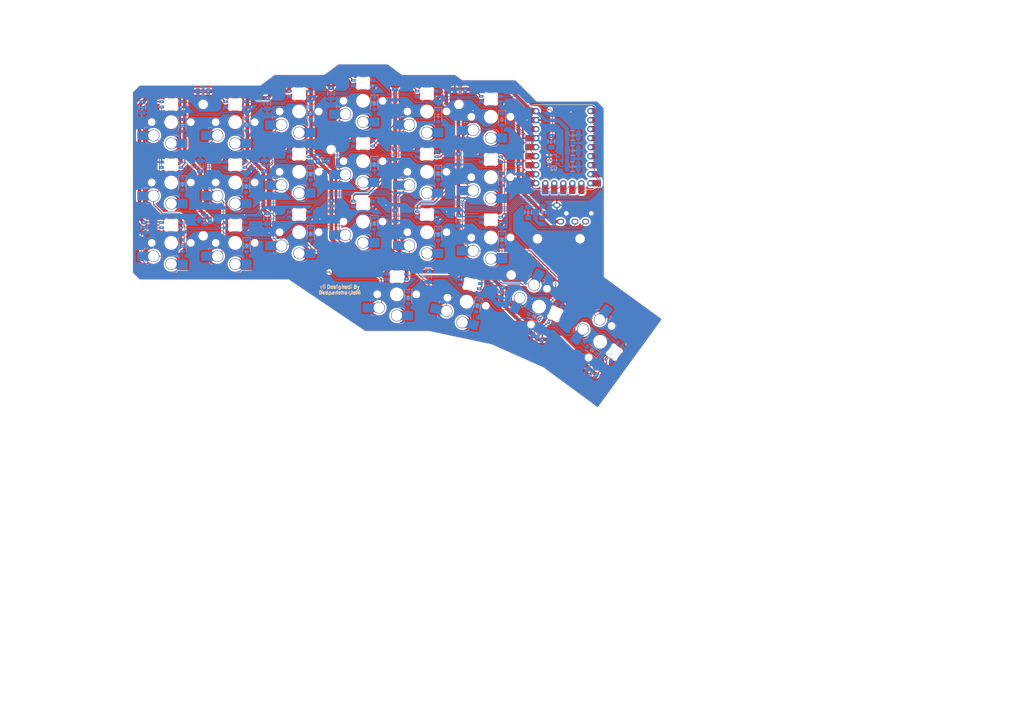
<source format=kicad_pcb>
(kicad_pcb (version 20241229) (generator "pcbnew") (generator_version "9.0")
  (layers (0 "F.Cu" signal) (2 "B.Cu" signal) (13 "F.Paste" user) (15 "B.Paste" user) (5 "F.SilkS" user "F.Silkscreen") (7 "B.SilkS" user "B.Silkscreen") (1 "F.Mask" user) (3 "B.Mask" user) (25 "Edge.Cuts" user))
  (net 0 "")
  (net 1 "5V")
  (net 2 "GND")
  (net 3 "Net-(D1-A)")
  (net 4 "Col5")
  (net 5 "Net-(D2-A)")
  (net 6 "Col4")
  (net 7 "Col3")
  (net 8 "Net-(D3-A)")
  (net 9 "Net-(D4-A)")
  (net 10 "Col2")
  (net 11 "Col1")
  (net 12 "Net-(D5-A)")
  (net 13 "Net-(D6-A)")
  (net 14 "Col0")
  (net 15 "Net-(D7-A)")
  (net 16 "Net-(D8-A)")
  (net 17 "Net-(D9-A)")
  (net 18 "Net-(D10-A)")
  (net 19 "Net-(D11-A)")
  (net 20 "Net-(D12-A)")
  (net 21 "Net-(D13-A)")
  (net 22 "Net-(D14-A)")
  (net 23 "Net-(D15-A)")
  (net 24 "Net-(D16-A)")
  (net 25 "Net-(D17-A)")
  (net 26 "Net-(D18-A)")
  (net 27 "Net-(D19-A)")
  (net 28 "Net-(D20-A)")
  (net 29 "Net-(D21-A)")
  (net 30 "Row0")
  (net 31 "Row1")
  (net 32 "Row2")
  (net 33 "Row3")
  (net 34 "Net-(LED1-DOUT)")
  (net 35 "Net-(LED1-DIN)")
  (net 36 "Net-(LED2-DOUT)")
  (net 37 "Net-(LED3-DOUT)")
  (net 38 "Net-(LED4-DOUT)")
  (net 39 "Net-(LED5-DOUT)")
  (net 40 "Net-(LED6-DOUT)")
  (net 41 "Net-(LED7-DOUT)")
  (net 42 "Net-(LED8-DOUT)")
  (net 43 "Net-(LED10-DIN)")
  (net 44 "Net-(LED10-DOUT)")
  (net 45 "Net-(LED11-DOUT)")
  (net 46 "Net-(LED12-DOUT)")
  (net 47 "Net-(LED13-DOUT)")
  (net 48 "Net-(LED14-DOUT)")
  (net 49 "Net-(LED15-DOUT)")
  (net 50 "Net-(LED16-DOUT)")
  (net 51 "Net-(LED17-DOUT)")
  (net 52 "Net-(LED18-DOUT)")
  (net 53 "Net-(LED19-DOUT)")
  (net 54 "Net-(LED20-DOUT)")
  (net 55 "LED_OUT")
  (net 57 "TRRS_RX")
  (net 58 "LED_IN_STEP")
  (net 61 "TRRS_TX")
  (net 66 "LED_IN")
  (net 67 "Net-(U1-RING1)")
  (net 68 "Net-(U1-RING2)")
  (net 69 "Net-(D22-A)")
  (net 70 "Net-(LED21-DOUT)")
  (footprint "MountingHole:MountingHole_2.2mm_M2" (layer "F.Cu") (at 168 72)
    (property "Reference" "H6")
    (property "Value" "MountingHole")
    (fp_circle (center 0 0) (end 1.1 0) (stroke (width 0.01)) (fill no) (layer "Edge.Cuts"))
  )
  (footprint "MountingHole:MountingHole_2.2mm_M2" (layer "F.Cu") (at 148.605 82.215)
    (property "Reference" "H5")
    (property "Value" "MountingHole")
    (fp_circle (center 0 0) (end 1.1 0) (stroke (width 0.01)) (fill no) (layer "Edge.Cuts"))
  )
  (footprint "PCM_marbastlib-xp-promicroish:RP2040-Matrix_ACH" (layer "F.Cu") (at 163.265 46.205)
    (property "Reference" "MCU1" (hide yes))
    (property "Value" "RP2040-Matrix")
  )
  (footprint "MountingHole:MountingHole_2.2mm_M2" (layer "F.Cu") (at 97.889915 46.896074)
    (property "Reference" "H3")
    (property "Value" "MountingHole")
    (fp_circle (center 0 0) (end 1.1 0) (stroke (width 0.01)) (fill no) (layer "Edge.Cuts"))
  )
  (footprint "ScottoKeebs_Components:TRRS_PJ-320A" (layer "F.Cu") (at 172.7275 64.855 -90)
    (property "Reference" "U1")
    (property "Value" "TRRS")
  )
  (footprint "MountingHole:MountingHole_2.2mm_M2" (layer "F.Cu") (at 61.885 34.165)
    (property "Reference" "H1")
    (property "Value" "MountingHole")
    (fp_circle (center 0 0) (end 1.1 0) (stroke (width 0.01)) (fill no) (layer "Edge.Cuts"))
  )
  (footprint "MountingHole:MountingHole_2.2mm_M2" (layer "F.Cu") (at 61.885 71.165)
    (property "Reference" "H4")
    (property "Value" "MountingHole")
    (fp_circle (center 0 0) (end 1.1 0) (stroke (width 0.01)) (fill no) (layer "Edge.Cuts"))
  )
  (footprint "MountingHole:MountingHole_2.2mm_M2" (layer "F.Cu") (at 133.885 34.165)
    (property "Reference" "H2")
    (property "Value" "MountingHole")
    (fp_circle (center 0 0) (end 1.1 0) (stroke (width 0.01)) (fill no) (layer "Edge.Cuts"))
  )
  (footprint "MountingHole:MountingHole_2.2mm_M2" (layer "F.Cu") (at 156 72)
    (property "Reference" "H7")
    (property "Value" "MountingHole")
    (fp_circle (center 0 0) (end 1.1 0) (stroke (width 0.01)) (fill no) (layer "Edge.Cuts"))
  )
  (footprint "PCM_marbastlib-various:LED_6028R" (layer "B.Cu") (at 88.885 48.165)
    (property "Reference" "LED9")
    (property "Value" "SK6812MINI-E")
    (fp_line (start -1.699999 0.702843) (end -1.699999 -0.702841) (stroke (width 0.1)) (layer "Edge.Cuts"))
    (fp_line (start -0.794452 -1.499999) (end 0.794452 -1.499999) (stroke (width 0.1)) (layer "Edge.Cuts"))
    (fp_line (start 0.794452 1.5) (end -0.794453 1.5) (stroke (width 0.1)) (layer "Edge.Cuts"))
    (fp_line (start 1.699999 -0.702841) (end 1.699999 0.702843) (stroke (width 0.1)) (layer "Edge.Cuts"))
    (fp_arc (start -1.749484 -0.919719) (mid -1.712527 -0.814067) (end -1.699999 -0.702841) (stroke (width 0.1)) (layer "Edge.Cuts"))
    (fp_arc (start -1.749484 -0.919718) (mid -1.638072 -1.504034) (end -1.046711 -1.568298) (stroke (width 0.1)) (layer "Edge.Cuts"))
    (fp_arc (start -1.699999 0.702844) (mid -1.712527 0.814069) (end -1.749484 0.919721) (stroke (width 0.1)) (layer "Edge.Cuts"))
    (fp_arc (start -1.046711 1.568299) (mid -1.638071 1.504036) (end -1.749484 0.919721) (stroke (width 0.1)) (layer "Edge.Cuts"))
    (fp_arc (start -1.046711 1.568299) (mid -0.925123 1.517377) (end -0.794453 1.5) (stroke (width 0.1)) (layer "Edge.Cuts"))
    (fp_arc (start -0.794452 -1.499999) (mid -0.925123 -1.517376) (end -1.046711 -1.568298) (stroke (width 0.1)) (layer "Edge.Cuts"))
    (fp_arc (start 0.794453 1.500001) (mid 0.925123 1.517378) (end 1.046711 1.5683) (stroke (width 0.1)) (layer "Edge.Cuts"))
    (fp_arc (start 1.04671 -1.568298) (mid 0.925122 -1.517376) (end 0.794452 -1.499999) (stroke (width 0.1)) (layer "Edge.Cuts"))
    (fp_arc (start 1.046711 -1.568296) (mid 1.63807 -1.504033) (end 1.749484 -0.919719) (stroke (width 0.1)) (layer "Edge.Cuts"))
    (fp_arc (start 1.699999 -0.702842) (mid 1.712536 -0.814064) (end 1.749484 -0.919719) (stroke (width 0.1)) (layer "Edge.Cuts"))
    (fp_arc (start 1.749484 0.919721) (mid 1.638072 1.504036) (end 1.046711 1.5683) (stroke (width 0.1)) (layer "Edge.Cuts"))
    (fp_arc (start 1.749484 0.919721) (mid 1.712526 0.814069) (end 1.699999 0.702843) (stroke (width 0.1)) (layer "Edge.Cuts"))
  )
  (footprint "Capacitor_SMD:C_1206_3216Metric" (layer "B.Cu") (at 115.945 65.485 -90)
    (property "Reference" "C14")
    (property "Value" "0.1µF")
  )
  (footprint "Diode_SMD:D_SOD-123" (layer "B.Cu") (at 145.975 38.365 -90)
    (property "Reference" "D1")
    (property "Value" "1N4148W")
  )
  (footprint "Diode_SMD:D_SOD-123" (layer "B.Cu") (at 119.585 88.635 -90)
    (property "Reference" "D19")
    (property "Value" "1N4148W")
  )
  (footprint "PCM_marbastlib-choc:SW_choc_v1_HS_CPG135001S30_1.5u" (layer "B.Cu") (at 156.425 91.095 66)
    (property "Reference" "CH21")
    (property "Value" "choc_v1_SW_HS")
  )
  (footprint "PCM_marbastlib-various:LED_6028R" (layer "B.Cu") (at 142.885 66.665 180)
    (property "Reference" "LED13")
    (property "Value" "SK6812MINI-E")
    (fp_line (start 1.699999 -0.702841) (end 1.699999 0.702843) (stroke (width 0.1)) (layer "Edge.Cuts"))
    (fp_line (start 0.794452 1.5) (end -0.794453 1.5) (stroke (width 0.1)) (layer "Edge.Cuts"))
    (fp_line (start -0.794452 -1.499999) (end 0.794452 -1.499999) (stroke (width 0.1)) (layer "Edge.Cuts"))
    (fp_line (start -1.699999 0.702843) (end -1.699999 -0.702841) (stroke (width 0.1)) (layer "Edge.Cuts"))
    (fp_arc (start 1.749484 0.919721) (mid 1.712526 0.814069) (end 1.699999 0.702843) (stroke (width 0.1)) (layer "Edge.Cuts"))
    (fp_arc (start 1.749484 0.919721) (mid 1.638072 1.504036) (end 1.046711 1.5683) (stroke (width 0.1)) (layer "Edge.Cuts"))
    (fp_arc (start 1.699999 -0.702842) (mid 1.712536 -0.814064) (end 1.749484 -0.919719) (stroke (width 0.1)) (layer "Edge.Cuts"))
    (fp_arc (start 1.046711 -1.568296) (mid 1.63807 -1.504033) (end 1.749484 -0.919719) (stroke (width 0.1)) (layer "Edge.Cuts"))
    (fp_arc (start 1.04671 -1.568298) (mid 0.925122 -1.517376) (end 0.794452 -1.499999) (stroke (width 0.1)) (layer "Edge.Cuts"))
    (fp_arc (start 0.794453 1.500001) (mid 0.925123 1.517378) (end 1.046711 1.5683) (stroke (width 0.1)) (layer "Edge.Cuts"))
    (fp_arc (start -0.794452 -1.499999) (mid -0.925123 -1.517376) (end -1.046711 -1.568298) (stroke (width 0.1)) (layer "Edge.Cuts"))
    (fp_arc (start -1.046711 1.568299) (mid -0.925123 1.517377) (end -0.794453 1.5) (stroke (width 0.1)) (layer "Edge.Cuts"))
    (fp_arc (start -1.046711 1.568299) (mid -1.638071 1.504036) (end -1.749484 0.919721) (stroke (width 0.1)) (layer "Edge.Cuts"))
    (fp_arc (start -1.699999 0.702844) (mid -1.712527 0.814069) (end -1.749484 0.919721) (stroke (width 0.1)) (layer "Edge.Cuts"))
    (fp_arc (start -1.749484 -0.919718) (mid -1.638072 -1.504034) (end -1.046711 -1.568298) (stroke (width 0.1)) (layer "Edge.Cuts"))
    (fp_arc (start -1.749484 -0.919719) (mid -1.712527 -0.814067) (end -1.699999 -0.702841) (stroke (width 0.1)) (layer "Edge.Cuts"))
  )
  (footprint "Resistor_SMD:R_1206_3216Metric_Pad1.30x1.75mm_HandSolder" (layer "B.Cu") (at 157.369915 64.506074 -90)
    (property "Reference" "R1")
    (property "Value" "100R")
  )
  (footprint "PCM_marbastlib-choc:SW_choc_v1_HS_CPG135001S30_1u" (layer "B.Cu") (at 124.885 36.165 180)
    (property "Reference" "CH2")
    (property "Value" "choc_v1_SW_HS")
  )
  (footprint "PCM_marbastlib-various:LED_6028R" (layer "B.Cu") (at 142.885 49.665)
    (property "Reference" "LED12")
    (property "Value" "SK6812MINI-E")
    (fp_line (start -1.699999 0.702843) (end -1.699999 -0.702841) (stroke (width 0.1)) (layer "Edge.Cuts"))
    (fp_line (start -0.794452 -1.499999) (end 0.794452 -1.499999) (stroke (width 0.1)) (layer "Edge.Cuts"))
    (fp_line (start 0.794452 1.5) (end -0.794453 1.5) (stroke (width 0.1)) (layer "Edge.Cuts"))
    (fp_line (start 1.699999 -0.702841) (end 1.699999 0.702843) (stroke (width 0.1)) (layer "Edge.Cuts"))
    (fp_arc (start -1.749484 -0.919719) (mid -1.712527 -0.814067) (end -1.699999 -0.702841) (stroke (width 0.1)) (layer "Edge.Cuts"))
    (fp_arc (start -1.749484 -0.919718) (mid -1.638072 -1.504034) (end -1.046711 -1.568298) (stroke (width 0.1)) (layer "Edge.Cuts"))
    (fp_arc (start -1.699999 0.702844) (mid -1.712527 0.814069) (end -1.749484 0.919721) (stroke (width 0.1)) (layer "Edge.Cuts"))
    (fp_arc (start -1.046711 1.568299) (mid -1.638071 1.504036) (end -1.749484 0.919721) (stroke (width 0.1)) (layer "Edge.Cuts"))
    (fp_arc (start -1.046711 1.568299) (mid -0.925123 1.517377) (end -0.794453 1.5) (stroke (width 0.1)) (layer "Edge.Cuts"))
    (fp_arc (start -0.794452 -1.499999) (mid -0.925123 -1.517376) (end -1.046711 -1.568298) (stroke (width 0.1)) (layer "Edge.Cuts"))
    (fp_arc (start 0.794453 1.500001) (mid 0.925123 1.517378) (end 1.046711 1.5683) (stroke (width 0.1)) (layer "Edge.Cuts"))
    (fp_arc (start 1.04671 -1.568298) (mid 0.925122 -1.517376) (end 0.794452 -1.499999) (stroke (width 0.1)) (layer "Edge.Cuts"))
    (fp_arc (start 1.046711 -1.568296) (mid 1.63807 -1.504033) (end 1.749484 -0.919719) (stroke (width 0.1)) (layer "Edge.Cuts"))
    (fp_arc (start 1.699999 -0.702842) (mid 1.712536 -0.814064) (end 1.749484 -0.919719) (stroke (width 0.1)) (layer "Edge.Cuts"))
    (fp_arc (start 1.749484 0.919721) (mid 1.638072 1.504036) (end 1.046711 1.5683) (stroke (width 0.1)) (layer "Edge.Cuts"))
    (fp_arc (start 1.749484 0.919721) (mid 1.712526 0.814069) (end 1.699999 0.702843) (stroke (width 0.1)) (layer "Edge.Cuts"))
  )
  (footprint "PCM_marbastlib-various:LED_6028R" (layer "B.Cu") (at 106.885 28.165 180)
    (property "Reference" "LED3")
    (property "Value" "SK6812MINI-E")
    (fp_line (start 1.699999 -0.702841) (end 1.699999 0.702843) (stroke (width 0.1)) (layer "Edge.Cuts"))
    (fp_line (start 0.794452 1.5) (end -0.794453 1.5) (stroke (width 0.1)) (layer "Edge.Cuts"))
    (fp_line (start -0.794452 -1.499999) (end 0.794452 -1.499999) (stroke (width 0.1)) (layer "Edge.Cuts"))
    (fp_line (start -1.699999 0.702843) (end -1.699999 -0.702841) (stroke (width 0.1)) (layer "Edge.Cuts"))
    (fp_arc (start 1.749484 0.919721) (mid 1.712526 0.814069) (end 1.699999 0.702843) (stroke (width 0.1)) (layer "Edge.Cuts"))
    (fp_arc (start 1.749484 0.919721) (mid 1.638072 1.504036) (end 1.046711 1.5683) (stroke (width 0.1)) (layer "Edge.Cuts"))
    (fp_arc (start 1.699999 -0.702842) (mid 1.712536 -0.814064) (end 1.749484 -0.919719) (stroke (width 0.1)) (layer "Edge.Cuts"))
    (fp_arc (start 1.046711 -1.568296) (mid 1.63807 -1.504033) (end 1.749484 -0.919719) (stroke (width 0.1)) (layer "Edge.Cuts"))
    (fp_arc (start 1.04671 -1.568298) (mid 0.925122 -1.517376) (end 0.794452 -1.499999) (stroke (width 0.1)) (layer "Edge.Cuts"))
    (fp_arc (start 0.794453 1.500001) (mid 0.925123 1.517378) (end 1.046711 1.5683) (stroke (width 0.1)) (layer "Edge.Cuts"))
    (fp_arc (start -0.794452 -1.499999) (mid -0.925123 -1.517376) (end -1.046711 -1.568298) (stroke (width 0.1)) (layer "Edge.Cuts"))
    (fp_arc (start -1.046711 1.568299) (mid -0.925123 1.517377) (end -0.794453 1.5) (stroke (width 0.1)) (layer "Edge.Cuts"))
    (fp_arc (start -1.046711 1.568299) (mid -1.638071 1.504036) (end -1.749484 0.919721) (stroke (width 0.1)) (layer "Edge.Cuts"))
    (fp_arc (start -1.699999 0.702844) (mid -1.712527 0.814069) (end -1.749484 0.919721) (stroke (width 0.1)) (layer "Edge.Cuts"))
    (fp_arc (start -1.749484 -0.919718) (mid -1.638072 -1.504034) (end -1.046711 -1.568298) (stroke (width 0.1)) (layer "Edge.Cuts"))
    (fp_arc (start -1.749484 -0.919719) (mid -1.712527 -0.814067) (end -1.699999 -0.702841) (stroke (width 0.1)) (layer "Edge.Cuts"))
  )
  (footprint "PCM_marbastlib-various:LED_6028R" (layer "B.Cu") (at 52.885 34.165 180)
    (property "Reference" "LED6")
    (property "Value" "SK6812MINI-E")
    (fp_line (start 1.699999 -0.702841) (end 1.699999 0.702843) (stroke (width 0.1)) (layer "Edge.Cuts"))
    (fp_line (start 0.794452 1.5) (end -0.794453 1.5) (stroke (width 0.1)) (layer "Edge.Cuts"))
    (fp_line (start -0.794452 -1.499999) (end 0.794452 -1.499999) (stroke (width 0.1)) (layer "Edge.Cuts"))
    (fp_line (start -1.699999 0.702843) (end -1.699999 -0.702841) (stroke (width 0.1)) (layer "Edge.Cuts"))
    (fp_arc (start 1.749484 0.919721) (mid 1.712526 0.814069) (end 1.699999 0.702843) (stroke (width 0.1)) (layer "Edge.Cuts"))
    (fp_arc (start 1.749484 0.919721) (mid 1.638072 1.504036) (end 1.046711 1.5683) (stroke (width 0.1)) (layer "Edge.Cuts"))
    (fp_arc (start 1.699999 -0.702842) (mid 1.712536 -0.814064) (end 1.749484 -0.919719) (stroke (width 0.1)) (layer "Edge.Cuts"))
    (fp_arc (start 1.046711 -1.568296) (mid 1.63807 -1.504033) (end 1.749484 -0.919719) (stroke (width 0.1)) (layer "Edge.Cuts"))
    (fp_arc (start 1.04671 -1.568298) (mid 0.925122 -1.517376) (end 0.794452 -1.499999) (stroke (width 0.1)) (layer "Edge.Cuts"))
    (fp_arc (start 0.794453 1.500001) (mid 0.925123 1.517378) (end 1.046711 1.5683) (stroke (width 0.1)) (layer "Edge.Cuts"))
    (fp_arc (start -0.794452 -1.499999) (mid -0.925123 -1.517376) (end -1.046711 -1.568298) (stroke (width 0.1)) (layer "Edge.Cuts"))
    (fp_arc (start -1.046711 1.568299) (mid -0.925123 1.517377) (end -0.794453 1.5) (stroke (width 0.1)) (layer "Edge.Cuts"))
    (fp_arc (start -1.046711 1.568299) (mid -1.638071 1.504036) (end -1.749484 0.919721) (stroke (width 0.1)) (layer "Edge.Cuts"))
    (fp_arc (start -1.699999 0.702844) (mid -1.712527 0.814069) (end -1.749484 0.919721) (stroke (width 0.1)) (layer "Edge.Cuts"))
    (fp_arc (start -1.749484 -0.919718) (mid -1.638072 -1.504034) (end -1.046711 -1.568298) (stroke (width 0.1)) (layer "Edge.Cuts"))
    (fp_arc (start -1.749484 -0.919719) (mid -1.712527 -0.814067) (end -1.699999 -0.702841) (stroke (width 0.1)) (layer "Edge.Cuts"))
  )
  (footprint "PCM_marbastlib-various:LED_6028R" (layer "B.Cu") (at 106.885 62.165 180)
    (property "Reference" "LED15")
    (property "Value" "SK6812MINI-E")
    (fp_line (start 1.699999 -0.702841) (end 1.699999 0.702843) (stroke (width 0.1)) (layer "Edge.Cuts"))
    (fp_line (start 0.794452 1.5) (end -0.794453 1.5) (stroke (width 0.1)) (layer "Edge.Cuts"))
    (fp_line (start -0.794452 -1.499999) (end 0.794452 -1.499999) (stroke (width 0.1)) (layer "Edge.Cuts"))
    (fp_line (start -1.699999 0.702843) (end -1.699999 -0.702841) (stroke (width 0.1)) (layer "Edge.Cuts"))
    (fp_arc (start 1.749484 0.919721) (mid 1.712526 0.814069) (end 1.699999 0.702843) (stroke (width 0.1)) (layer "Edge.Cuts"))
    (fp_arc (start 1.749484 0.919721) (mid 1.638072 1.504036) (end 1.046711 1.5683) (stroke (width 0.1)) (layer "Edge.Cuts"))
    (fp_arc (start 1.699999 -0.702842) (mid 1.712536 -0.814064) (end 1.749484 -0.919719) (stroke (width 0.1)) (layer "Edge.Cuts"))
    (fp_arc (start 1.046711 -1.568296) (mid 1.63807 -1.504033) (end 1.749484 -0.919719) (stroke (width 0.1)) (layer "Edge.Cuts"))
    (fp_arc (start 1.04671 -1.568298) (mid 0.925122 -1.517376) (end 0.794452 -1.499999) (stroke (width 0.1)) (layer "Edge.Cuts"))
    (fp_arc (start 0.794453 1.500001) (mid 0.925123 1.517378) (end 1.046711 1.5683) (stroke (width 0.1)) (layer "Edge.Cuts"))
    (fp_arc (start -0.794452 -1.499999) (mid -0.925123 -1.517376) (end -1.046711 -1.568298) (stroke (width 0.1)) (layer "Edge.Cuts"))
    (fp_arc (start -1.046711 1.568299) (mid -0.925123 1.517377) (end -0.794453 1.5) (stroke (width 0.1)) (layer "Edge.Cuts"))
    (fp_arc (start -1.046711 1.568299) (mid -1.638071 1.504036) (end -1.749484 0.919721) (stroke (width 0.1)) (layer "Edge.Cuts"))
    (fp_arc (start -1.699999 0.702844) (mid -1.712527 0.814069) (end -1.749484 0.919721) (stroke (width 0.1)) (layer "Edge.Cuts"))
    (fp_arc (start -1.749484 -0.919718) (mid -1.638072 -1.504034) (end -1.046711 -1.568298) (stroke (width 0.1)) (layer "Edge.Cuts"))
    (fp_arc (start -1.749484 -0.919719) (mid -1.712527 -0.814067) (end -1.699999 -0.702841) (stroke (width 0.1)) (layer "Edge.Cuts"))
  )
  (footprint "Capacitor_SMD:C_1210_3225Metric_Pad1.33x2.70mm_HandSolder" (layer "B.Cu") (at 165.885 51.665 180)
    (property "Reference" "C25")
    (property "Value" "100uF")
  )
  (footprint "PCM_marbastlib-various:LED_6028R" (layer "B.Cu") (at 52.885 51.165)
    (property "Reference" "LED7")
    (property "Value" "SK6812MINI-E")
    (fp_line (start -1.699999 0.702843) (end -1.699999 -0.702841) (stroke (width 0.1)) (layer "Edge.Cuts"))
    (fp_line (start -0.794452 -1.499999) (end 0.794452 -1.499999) (stroke (width 0.1)) (layer "Edge.Cuts"))
    (fp_line (start 0.794452 1.5) (end -0.794453 1.5) (stroke (width 0.1)) (layer "Edge.Cuts"))
    (fp_line (start 1.699999 -0.702841) (end 1.699999 0.702843) (stroke (width 0.1)) (layer "Edge.Cuts"))
    (fp_arc (start -1.749484 -0.919719) (mid -1.712527 -0.814067) (end -1.699999 -0.702841) (stroke (width 0.1)) (layer "Edge.Cuts"))
    (fp_arc (start -1.749484 -0.919718) (mid -1.638072 -1.504034) (end -1.046711 -1.568298) (stroke (width 0.1)) (layer "Edge.Cuts"))
    (fp_arc (start -1.699999 0.702844) (mid -1.712527 0.814069) (end -1.749484 0.919721) (stroke (width 0.1)) (layer "Edge.Cuts"))
    (fp_arc (start -1.046711 1.568299) (mid -1.638071 1.504036) (end -1.749484 0.919721) (stroke (width 0.1)) (layer "Edge.Cuts"))
    (fp_arc (start -1.046711 1.568299) (mid -0.925123 1.517377) (end -0.794453 1.5) (stroke (width 0.1)) (layer "Edge.Cuts"))
    (fp_arc (start -0.794452 -1.499999) (mid -0.925123 -1.517376) (end -1.046711 -1.568298) (stroke (width 0.1)) (layer "Edge.Cuts"))
    (fp_arc (start 0.794453 1.500001) (mid 0.925123 1.517378) (end 1.046711 1.5683) (stroke (width 0.1)) (layer "Edge.Cuts"))
    (fp_arc (start 1.04671 -1.568298) (mid 0.925122 -1.517376) (end 0.794452 -1.499999) (stroke (width 0.1)) (layer "Edge.Cuts"))
    (fp_arc (start 1.046711 -1.568296) (mid 1.63807 -1.504033) (end 1.749484 -0.919719) (stroke (width 0.1)) (layer "Edge.Cuts"))
    (fp_arc (start 1.699999 -0.702842) (mid 1.712536 -0.814064) (end 1.749484 -0.919719) (stroke (width 0.1)) (layer "Edge.Cuts"))
    (fp_arc (start 1.749484 0.919721) (mid 1.638072 1.504036) (end 1.046711 1.5683) (stroke (width 0.1)) (layer "Edge.Cuts"))
    (fp_arc (start 1.749484 0.919721) (mid 1.712526 0.814069) (end 1.699999 0.702843) (stroke (width 0.1)) (layer "Edge.Cuts"))
  )
  (footprint "PCM_marbastlib-various:LED_6028R" (layer "B.Cu") (at 124.885 31.165 180)
    (property "Reference" "LED2")
    (property "Value" "SK6812MINI-E")
    (fp_line (start 1.699999 -0.702841) (end 1.699999 0.702843) (stroke (width 0.1)) (layer "Edge.Cuts"))
    (fp_line (start 0.794452 1.5) (end -0.794453 1.5) (stroke (width 0.1)) (layer "Edge.Cuts"))
    (fp_line (start -0.794452 -1.499999) (end 0.794452 -1.499999) (stroke (width 0.1)) (layer "Edge.Cuts"))
    (fp_line (start -1.699999 0.702843) (end -1.699999 -0.702841) (stroke (width 0.1)) (layer "Edge.Cuts"))
    (fp_arc (start 1.749484 0.919721) (mid 1.712526 0.814069) (end 1.699999 0.702843) (stroke (width 0.1)) (layer "Edge.Cuts"))
    (fp_arc (start 1.749484 0.919721) (mid 1.638072 1.504036) (end 1.046711 1.5683) (stroke (width 0.1)) (layer "Edge.Cuts"))
    (fp_arc (start 1.699999 -0.702842) (mid 1.712536 -0.814064) (end 1.749484 -0.919719) (stroke (width 0.1)) (layer "Edge.Cuts"))
    (fp_arc (start 1.046711 -1.568296) (mid 1.63807 -1.504033) (end 1.749484 -0.919719) (stroke (width 0.1)) (layer "Edge.Cuts"))
    (fp_arc (start 1.04671 -1.568298) (mid 0.925122 -1.517376) (end 0.794452 -1.499999) (stroke (width 0.1)) (layer "Edge.Cuts"))
    (fp_arc (start 0.794453 1.500001) (mid 0.925123 1.517378) (end 1.046711 1.5683) (stroke (width 0.1)) (layer "Edge.Cuts"))
    (fp_arc (start -0.794452 -1.499999) (mid -0.925123 -1.517376) (end -1.046711 -1.568298) (stroke (width 0.1)) (layer "Edge.Cuts"))
    (fp_arc (start -1.046711 1.568299) (mid -0.925123 1.517377) (end -0.794453 1.5) (stroke (width 0.1)) (layer "Edge.Cuts"))
    (fp_arc (start -1.046711 1.568299) (mid -1.638071 1.504036) (end -1.749484 0.919721) (stroke (width 0.1)) (layer "Edge.Cuts"))
    (fp_arc (start -1.699999 0.702844) (mid -1.712527 0.814069) (end -1.749484 0.919721) (stroke (width 0.1)) (layer "Edge.Cuts"))
    (fp_arc (start -1.749484 -0.919718) (mid -1.638072 -1.504034) (end -1.046711 -1.568298) (stroke (width 0.1)) (layer "Edge.Cuts"))
    (fp_arc (start -1.749484 -0.919719) (mid -1.712527 -0.814067) (end -1.699999 -0.702841) (stroke (width 0.1)) (layer "Edge.Cuts"))
  )
  (footprint "PCM_marbastlib-choc:SW_choc_v1_HS_CPG135001S30_1u" (layer "B.Cu") (at 70.885 39.165 180)
    (property "Reference" "CH5")
    (property "Value" "choc_v1_SW_HS")
  )
  (footprint "Capacitor_SMD:C_1210_3225Metric_Pad1.33x2.70mm_HandSolder" (layer "B.Cu") (at 165.935 42.905 180)
    (property "Reference" "C23")
    (property "Value" "100uF")
  )
  (footprint "Capacitor_SMD:C_1206_3216Metric" (layer "B.Cu") (at 95.605 50.075 180)
    (property "Reference" "C9")
    (property "Value" "0.1µF")
  )
  (footprint "Package_TO_SOT_SMD:SOT-23-5" (layer "B.Cu") (at 160.505 49.895)
    (property "Reference" "U2")
    (property "Value" "74HCT1G125GW")
  )
  (footprint "Capacitor_SMD:C_1206_3216Metric" (layer "B.Cu") (at 134.205 30.205 180)
    (property "Reference" "C1")
    (property "Value" "0.1µF")
  )
  (footprint "Capacitor_SMD:C_1206_3216Metric" (layer "B.Cu") (at 150.825 52.285 90)
    (property "Reference" "C12")
    (property "Value" "0.1µF")
  )
  (footprint "Capacitor_SMD:C_1206_3216Metric" (layer "B.Cu") (at 145.825 87.065 78)
    (property "Reference" "C20")
    (property "Value" "0.1µF")
  )
  (footprint "Resistor_SMD:R_1206_3216Metric_Pad1.30x1.75mm_HandSolder" (layer "B.Cu") (at 159.885 44.665 90)
    (property "Reference" "R3")
    (property "Value" "47R")
  )
  (footprint "PCM_marbastlib-various:LED_6028R" (layer "B.Cu") (at 160.992727 93.128683 -114)
    (property "Reference" "LED21")
    (property "Value" "SK6812MINI-E")
    (fp_line (start 0.794452 1.5) (end -0.794453 1.5) (stroke (width 0.1)) (layer "Edge.Cuts"))
    (fp_line (start 1.7 -0.702841) (end 1.699999 0.702843) (stroke (width 0.1)) (layer "Edge.Cuts"))
    (fp_line (start -1.699999 0.702843) (end -1.699999 -0.702841) (stroke (width 0.1)) (layer "Edge.Cuts"))
    (fp_line (start -0.794452 -1.499999) (end 0.794452 -1.5) (stroke (width 0.1)) (layer "Edge.Cuts"))
    (fp_arc (start 0.794453 1.500001) (mid 0.925123 1.517378) (end 1.046711 1.5683) (stroke (width 0.1)) (layer "Edge.Cuts"))
    (fp_arc (start 1.749484 0.919721) (mid 1.638071 1.504036) (end 1.046711 1.5683) (stroke (width 0.1)) (layer "Edge.Cuts"))
    (fp_arc (start 1.749484 0.919721) (mid 1.712526 0.814069) (end 1.699999 0.702843) (stroke (width 0.1)) (layer "Edge.Cuts"))
    (fp_arc (start -1.046711 1.568299) (mid -0.925123 1.517378) (end -0.794453 1.5) (stroke (width 0.1)) (layer "Edge.Cuts"))
    (fp_arc (start -1.046711 1.568299) (mid -1.638072 1.504036) (end -1.749484 0.919721) (stroke (width 0.1)) (layer "Edge.Cuts"))
    (fp_arc (start 1.699999 -0.702842) (mid 1.712537 -0.814065) (end 1.749484 -0.919719) (stroke (width 0.1)) (layer "Edge.Cuts"))
    (fp_arc (start -1.699999 0.702844) (mid -1.712527 0.814069) (end -1.749484 0.919721) (stroke (width 0.1)) (layer "Edge.Cuts"))
    (fp_arc (start 1.046711 -1.568296) (mid 1.638069 -1.504032) (end 1.749484 -0.919719) (stroke (width 0.1)) (layer "Edge.Cuts"))
    (fp_arc (start 1.04671 -1.568298) (mid 0.925123 -1.517376) (end 0.794452 -1.5) (stroke (width 0.1)) (layer "Edge.Cuts"))
    (fp_arc (start -1.749484 -0.919718) (mid -1.638073 -1.504034) (end -1.046711 -1.568298) (stroke (width 0.1)) (layer "Edge.Cuts"))
    (fp_arc (start -1.749484 -0.919719) (mid -1.712528 -0.814067) (end -1.699999 -0.702841) (stroke (width 0.1)) (layer "Edge.Cuts"))
    (fp_arc (start -0.794452 -1.499999) (mid -0.925122 -1.517376) (end -1.046711 -1.568298) (stroke (width 0.1)) (layer "Edge.Cuts"))
  )
  (footprint "Capacitor_SMD:C_1206_3216Metric" (layer "B.Cu") (at 97.835 31.045 -90)
    (property "Reference" "C3")
    (property "Value" "0.1µF")
  )
  (footprint "PCM_marbastlib-various:LED_6028R" (layer "B.Cu") (at 177.625 103.945 -126)
    (property "Reference" "LED22")
    (property "Value" "SK6812MINI-E")
    (fp_line (start 0.794452 1.5) (end -0.794453 1.5) (stroke (width 0.1)) (layer "Edge.Cuts"))
    (fp_line (start 1.699999 -0.702841) (end 1.699999 0.702843) (stroke (width 0.1)) (layer "Edge.Cuts"))
    (fp_line (start -1.699999 0.702843) (end -1.7 -0.702841) (stroke (width 0.1)) (layer "Edge.Cuts"))
    (fp_line (start -0.794452 -1.499999) (end 0.794451 -1.499999) (stroke (width 0.1)) (layer "Edge.Cuts"))
    (fp_arc (start 1.749484 0.919721) (mid 1.638071 1.504036) (end 1.046711 1.568301) (stroke (width 0.1)) (layer "Edge.Cuts"))
    (fp_arc (start 1.749484 0.919721) (mid 1.712526 0.814069) (end 1.699999 0.702843) (stroke (width 0.1)) (layer "Edge.Cuts"))
    (fp_arc (start 0.794453 1.500001) (mid 0.925123 1.517378) (end 1.046711 1.568301) (stroke (width 0.1)) (layer "Edge.Cuts"))
    (fp_arc (start -1.046711 1.568299) (mid -0.925123 1.517377) (end -0.794453 1.5) (stroke (width 0.1)) (layer "Edge.Cuts"))
    (fp_arc (start -1.046711 1.568299) (mid -1.638072 1.504036) (end -1.749484 0.919721) (stroke (width 0.1)) (layer "Edge.Cuts"))
    (fp_arc (start 1.699999 -0.702842) (mid 1.712536 -0.814065) (end 1.749485 -0.919719) (stroke (width 0.1)) (layer "Edge.Cuts"))
    (fp_arc (start -1.699999 0.702843) (mid -1.712527 0.814069) (end -1.749484 0.919721) (stroke (width 0.1)) (layer "Edge.Cuts"))
    (fp_arc (start 1.046711 -1.568296) (mid 1.638069 -1.504033) (end 1.749485 -0.919719) (stroke (width 0.1)) (layer "Edge.Cuts"))
    (fp_arc (start 1.04671 -1.568298) (mid 0.925122 -1.517376) (end 0.794451 -1.499999) (stroke (width 0.1)) (layer "Edge.Cuts"))
    (fp_arc (start -0.794452 -1.499999) (mid -0.925123 -1.517376) (end -1.046711 -1.568298) (stroke (width 0.1)) (layer "Edge.Cuts"))
    (fp_arc (start -1.749484 -0.919717) (mid -1.638073 -1.504035) (end -1.046711 -1.568298) (stroke (width 0.1)) (layer "Edge.Cuts"))
    (fp_arc (start -1.749484 -0.919719) (mid -1.712527 -0.814067) (end -1.7 -0.702841) (stroke (width 0.1)) (layer "Edge.Cuts"))
  )
  (footprint "PCM_marbastlib-various:LED_6028R" (layer "B.Cu") (at 116.385 82.665)
    (property "Reference" "LED19")
    (property "Value" "SK6812MINI-E")
    (fp_line (start -1.699999 0.702843) (end -1.699999 -0.702841) (stroke (width 0.1)) (layer "Edge.Cuts"))
    (fp_line (start -0.794452 -1.499999) (end 0.794452 -1.499999) (stroke (width 0.1)) (layer "Edge.Cuts"))
    (fp_line (start 0.794452 1.5) (end -0.794453 1.5) (stroke (width 0.1)) (layer "Edge.Cuts"))
    (fp_line (start 1.699999 -0.702841) (end 1.699999 0.702843) (stroke (width 0.1)) (layer "Edge.Cuts"))
    (fp_arc (start -1.749484 -0.919719) (mid -1.712527 -0.814067) (end -1.699999 -0.702841) (stroke (width 0.1)) (layer "Edge.Cuts"))
    (fp_arc (start -1.749484 -0.919718) (mid -1.638072 -1.504034) (end -1.046711 -1.568298) (stroke (width 0.1)) (layer "Edge.Cuts"))
    (fp_arc (start -1.699999 0.702844) (mid -1.712527 0.814069) (end -1.749484 0.919721) (stroke (width 0.1)) (layer "Edge.Cuts"))
    (fp_arc (start -1.046711 1.568299) (mid -1.638071 1.504036) (end -1.749484 0.919721) (stroke (width 0.1)) (layer "Edge.Cuts"))
    (fp_arc (start -1.046711 1.568299) (mid -0.925123 1.517377) (end -0.794453 1.5) (stroke (width 0.1)) (layer "Edge.Cuts"))
    (fp_arc (start -0.794452 -1.499999) (mid -0.925123 -1.517376) (end -1.046711 -1.568298) (stroke (width 0.1)) (layer "Edge.Cuts"))
    (fp_arc (start 0.794453 1.500001) (mid 0.925123 1.517378) (end 1.046711 1.5683) (stroke (width 0.1)) (layer "Edge.Cuts"))
    (fp_arc (start 1.04671 -1.568298) (mid 0.925122 -1.517376) (end 0.794452 -1.499999) (stroke (width 0.1)) (layer "Edge.Cuts"))
    (fp_arc (start 1.046711 -1.568296) (mid 1.63807 -1.504033) (end 1.749484 -0.919719) (stroke (width 0.1)) (layer "Edge.Cuts"))
    (fp_arc (start 1.699999 -0.702842) (mid 1.712536 -0.814064) (end 1.749484 -0.919719) (stroke (width 0.1)) (layer "Edge.Cuts"))
    (fp_arc (start 1.749484 0.919721) (mid 1.638072 1.504036) (end 1.046711 1.5683) (stroke (width 0.1)) (layer "Edge.Cuts"))
    (fp_arc (start 1.749484 0.919721) (mid 1.712526 0.814069) (end 1.699999 0.702843) (stroke (width 0.1)) (layer "Edge.Cuts"))
  )
  (footprint "Diode_SMD:D_SOD-123" (layer "B.Cu") (at 128.025 53.705 -90)
    (property "Reference" "D11")
    (property "Value" "1N4148W")
  )
  (footprint "PCM_marbastlib-choc:SW_choc_v1_HS_CPG135001S30_1u" (layer "B.Cu") (at 136.055 89.725 168)
    (property "Reference" "CH20")
    (property "Value" "choc_v1_SW_HS")
  )
  (footprint "PCM_marbastlib-various:LED_6028R" (layer "B.Cu") (at 106.885 45.165)
    (property "Reference" "LED10")
    (property "Value" "SK6812MINI-E")
    (fp_line (start -1.699999 0.702843) (end -1.699999 -0.702841) (stroke (width 0.1)) (layer "Edge.Cuts"))
    (fp_line (start -0.794452 -1.499999) (end 0.794452 -1.499999) (stroke (width 0.1)) (layer "Edge.Cuts"))
    (fp_line (start 0.794452 1.5) (end -0.794453 1.5) (stroke (width 0.1)) (layer "Edge.Cuts"))
    (fp_line (start 1.699999 -0.702841) (end 1.699999 0.702843) (stroke (width 0.1)) (layer "Edge.Cuts"))
    (fp_arc (start -1.749484 -0.919719) (mid -1.712527 -0.814067) (end -1.699999 -0.702841) (stroke (width 0.1)) (layer "Edge.Cuts"))
    (fp_arc (start -1.749484 -0.919718) (mid -1.638072 -1.504034) (end -1.046711 -1.568298) (stroke (width 0.1)) (layer "Edge.Cuts"))
    (fp_arc (start -1.699999 0.702844) (mid -1.712527 0.814069) (end -1.749484 0.919721) (stroke (width 0.1)) (layer "Edge.Cuts"))
    (fp_arc (start -1.046711 1.568299) (mid -1.638071 1.504036) (end -1.749484 0.919721) (stroke (width 0.1)) (layer "Edge.Cuts"))
    (fp_arc (start -1.046711 1.568299) (mid -0.925123 1.517377) (end -0.794453 1.5) (stroke (width 0.1)) (layer "Edge.Cuts"))
    (fp_arc (start -0.794452 -1.499999) (mid -0.925123 -1.517376) (end -1.046711 -1.568298) (stroke (width 0.1)) (layer "Edge.Cuts"))
    (fp_arc (start 0.794453 1.500001) (mid 0.925123 1.517378) (end 1.046711 1.5683) (stroke (width 0.1)) (layer "Edge.Cuts"))
    (fp_arc (start 1.04671 -1.568298) (mid 0.925122 -1.517376) (end 0.794452 -1.499999) (stroke (width 0.1)) (layer "Edge.Cuts"))
    (fp_arc (start 1.046711 -1.568296) (mid 1.63807 -1.504033) (end 1.749484 -0.919719) (stroke (width 0.1)) (layer "Edge.Cuts"))
    (fp_arc (start 1.699999 -0.702842) (mid 1.712536 -0.814064) (end 1.749484 -0.919719) (stroke (width 0.1)) (layer "Edge.Cuts"))
    (fp_arc (start 1.749484 0.919721) (mid 1.638072 1.504036) (end 1.046711 1.5683) (stroke (width 0.1)) (layer "Edge.Cuts"))
    (fp_arc (start 1.749484 0.919721) (mid 1.712526 0.814069) (end 1.699999 0.702843) (stroke (width 0.1)) (layer "Edge.Cuts"))
  )
  (footprint "Diode_SMD:D_SOD-123" (layer "B.Cu") (at 145.985 72.265 -90)
    (property "Reference" "D13")
    (property "Value" "1N4148W")
  )
  (footprint "PCM_marbastlib-choc:SW_choc_v1_HS_CPG135001S30_1u" (layer "B.Cu") (at 88.885 70.165 180)
    (property "Reference" "CH16")
    (property "Value" "choc_v1_SW_HS")
  )
  (footprint "PCM_marbastlib-various:LED_6028R" (layer "B.Cu") (at 124.885 65.165 180)
    (property "Reference" "LED14")
    (property "Value" "SK6812MINI-E")
    (fp_line (start 1.699999 -0.702841) (end 1.699999 0.702843) (stroke (width 0.1)) (layer "Edge.Cuts"))
    (fp_line (start 0.794452 1.5) (end -0.794453 1.5) (stroke (width 0.1)) (layer "Edge.Cuts"))
    (fp_line (start -0.794452 -1.499999) (end 0.794452 -1.499999) (stroke (width 0.1)) (layer "Edge.Cuts"))
    (fp_line (start -1.699999 0.702843) (end -1.699999 -0.702841) (stroke (width 0.1)) (layer "Edge.Cuts"))
    (fp_arc (start 1.749484 0.919721) (mid 1.712526 0.814069) (end 1.699999 0.702843) (stroke (width 0.1)) (layer "Edge.Cuts"))
    (fp_arc (start 1.749484 0.919721) (mid 1.638072 1.504036) (end 1.046711 1.5683) (stroke (width 0.1)) (layer "Edge.Cuts"))
    (fp_arc (start 1.699999 -0.702842) (mid 1.712536 -0.814064) (end 1.749484 -0.919719) (stroke (width 0.1)) (layer "Edge.Cuts"))
    (fp_arc (start 1.046711 -1.568296) (mid 1.63807 -1.504033) (end 1.749484 -0.919719) (stroke (width 0.1)) (layer "Edge.Cuts"))
    (fp_arc (start 1.04671 -1.568298) (mid 0.925122 -1.517376) (end 0.794452 -1.499999) (stroke (width 0.1)) (layer "Edge.Cuts"))
    (fp_arc (start 0.794453 1.500001) (mid 0.925123 1.517378) (end 1.046711 1.5683) (stroke (width 0.1)) (layer "Edge.Cuts"))
    (fp_arc (start -0.794452 -1.499999) (mid -0.925123 -1.517376) (end -1.046711 -1.568298) (stroke (width 0.1)) (layer "Edge.Cuts"))
    (fp_arc (start -1.046711 1.568299) (mid -0.925123 1.517377) (end -0.794453 1.5) (stroke (width 0.1)) (layer "Edge.Cuts"))
    (fp_arc (start -1.046711 1.568299) (mid -1.638071 1.504036) (end -1.749484 0.919721) (stroke (width 0.1)) (layer "Edge.Cuts"))
    (fp_arc (start -1.699999 0.702844) (mid -1.712527 0.814069) (end -1.749484 0.919721) (stroke (width 0.1)) (layer "Edge.Cuts"))
    (fp_arc (start -1.749484 -0.919718) (mid -1.638072 -1.504034) (end -1.046711 -1.568298) (stroke (width 0.1)) (layer "Edge.Cuts"))
    (fp_arc (start -1.749484 -0.919719) (mid -1.712527 -0.814067) (end -1.699999 -0.702841) (stroke (width 0.1)) (layer "Edge.Cuts"))
  )
  (footprint "PCM_marbastlib-choc:SW_choc_v1_HS_CPG135001S30_1u" (layer "B.Cu") (at 142.885 54.665 180)
    (property "Reference" "CH12")
    (property "Value" "choc_v1_SW_HS")
  )
  (footprint "PCM_marbastlib-various:LED_6028R" (layer "B.Cu") (at 52.885 68.165 180)
    (property "Reference" "LED18")
    (property "Value" "SK6812MINI-E")
    (fp_line (start 1.699999 -0.702841) (end 1.699999 0.702843) (stroke (width 0.1)) (layer "Edge.Cuts"))
    (fp_line (start 0.794452 1.5) (end -0.794453 1.5) (stroke (width 0.1)) (layer "Edge.Cuts"))
    (fp_line (start -0.794452 -1.499999) (end 0.794452 -1.499999) (stroke (width 0.1)) (layer "Edge.Cuts"))
    (fp_line (start -1.699999 0.702843) (end -1.699999 -0.702841) (stroke (width 0.1)) (layer "Edge.Cuts"))
    (fp_arc (start 1.749484 0.919721) (mid 1.712526 0.814069) (end 1.699999 0.702843) (stroke (width 0.1)) (layer "Edge.Cuts"))
    (fp_arc (start 1.749484 0.919721) (mid 1.638072 1.504036) (end 1.046711 1.5683) (stroke (width 0.1)) (layer "Edge.Cuts"))
    (fp_arc (start 1.699999 -0.702842) (mid 1.712536 -0.814064) (end 1.749484 -0.919719) (stroke (width 0.1)) (layer "Edge.Cuts"))
    (fp_arc (start 1.046711 -1.568296) (mid 1.63807 -1.504033) (end 1.749484 -0.919719) (stroke (width 0.1)) (layer "Edge.Cuts"))
    (fp_arc (start 1.04671 -1.568298) (mid 0.925122 -1.517376) (end 0.794452 -1.499999) (stroke (width 0.1)) (layer "Edge.Cuts"))
    (fp_arc (start 0.794453 1.500001) (mid 0.925123 1.517378) (end 1.046711 1.5683) (stroke (width 0.1)) (layer "Edge.Cuts"))
    (fp_arc (start -0.794452 -1.499999) (mid -0.925123 -1.517376) (end -1.046711 -1.568298) (stroke (width 0.1)) (layer "Edge.Cuts"))
    (fp_arc (start -1.046711 1.568299) (mid -0.925123 1.517377) (end -0.794453 1.5) (stroke (width 0.1)) (layer "Edge.Cuts"))
    (fp_arc (start -1.046711 1.568299) (mid -1.638071 1.504036) (end -1.749484 0.919721) (stroke (width 0.1)) (layer "Edge.Cuts"))
    (fp_arc (start -1.699999 0.702844) (mid -1.712527 0.814069) (end -1.749484 0.919721) (stroke (width 0.1)) (layer "Edge.Cuts"))
    (fp_arc (start -1.749484 -0.919718) (mid -1.638072 -1.504034) (end -1.046711 -1.568298) (stroke (width 0.1)) (layer "Edge.Cuts"))
    (fp_arc (start -1.749484 -0.919719) (mid -1.712527 -0.814067) (end -1.699999 -0.702841) (stroke (width 0.1)) (layer "Edge.Cuts"))
  )
  (footprint "PCM_marbastlib-choc:SW_choc_v1_HS_CPG135001S30_1.5u" (layer "B.Cu") (at 173.629915 101.006074 54)
    (property "Reference" "CH22")
    (property "Value" "choc_v1_SW_HS")
  )
  (footprint "Diode_SMD:D_SOD-123" (layer "B.Cu") (at 110.075 33.885 -90)
    (property "Reference" "D3")
    (property "Value" "1N4148W")
  )
  (footprint "PCM_marbastlib-choc:SW_choc_v1_HS_CPG135001S30_1u" (layer "B.Cu") (at 88.885 36.165 180)
    (property "Reference" "CH4")
    (property "Value" "choc_v1_SW_HS")
  )
  (footprint "PCM_marbastlib-choc:SW_choc_v1_HS_CPG135001S30_1u" (layer "B.Cu") (at 142.885 71.665 180)
    (property "Reference" "CH13")
    (property "Value" "choc_v1_SW_HS")
  )
  (footprint "PCM_marbastlib-choc:SW_choc_v1_HS_CPG135001S30_1u" (layer "B.Cu") (at 106.885 67.165 180)
    (property "Reference" "CH15")
    (property "Value" "choc_v1_SW_HS")
  )
  (footprint "Capacitor_SMD:C_1206_3216Metric" (layer "B.Cu") (at 79.905 33.955 -90)
    (property "Reference" "C4")
    (property "Value" "0.1µF")
  )
  (footprint "PCM_marbastlib-choc:SW_choc_v1_HS_CPG135001S30_1u" (layer "B.Cu") (at 142.885 37.665 180)
    (property "Reference" "CH1")
    (property "Value" "choc_v1_SW_HS")
  )
  (footprint "PCM_marbastlib-various:LED_6028R" (layer "B.Cu") (at 88.885 31.165 180)
    (property "Reference" "LED4")
    (property "Value" "SK6812MINI-E")
    (fp_line (start 1.699999 -0.702841) (end 1.699999 0.702843) (stroke (width 0.1)) (layer "Edge.Cuts"))
    (fp_line (start 0.794452 1.5) (end -0.794453 1.5) (stroke (width 0.1)) (layer "Edge.Cuts"))
    (fp_line (start -0.794452 -1.499999) (end 0.794452 -1.499999) (stroke (width 0.1)) (layer "Edge.Cuts"))
    (fp_line (start -1.699999 0.702843) (end -1.699999 -0.702841) (stroke (width 0.1)) (layer "Edge.Cuts"))
    (fp_arc (start 1.749484 0.919721) (mid 1.712526 0.814069) (end 1.699999 0.702843) (stroke (width 0.1)) (layer "Edge.Cuts"))
    (fp_arc (start 1.749484 0.919721) (mid 1.638072 1.504036) (end 1.046711 1.5683) (stroke (width 0.1)) (layer "Edge.Cuts"))
    (fp_arc (start 1.699999 -0.702842) (mid 1.712536 -0.814064) (end 1.749484 -0.919719) (stroke (width 0.1)) (layer "Edge.Cuts"))
    (fp_arc (start 1.046711 -1.568296) (mid 1.63807 -1.504033) (end 1.749484 -0.919719) (stroke (width 0.1)) (layer "Edge.Cuts"))
    (fp_arc (start 1.04671 -1.568298) (mid 0.925122 -1.517376) (end 0.794452 -1.499999) (stroke (width 0.1)) (layer "Edge.Cuts"))
    (fp_arc (start 0.794453 1.500001) (mid 0.925123 1.517378) (end 1.046711 1.5683) (stroke (width 0.1)) (layer "Edge.Cuts"))
    (fp_arc (start -0.794452 -1.499999) (mid -0.925123 -1.517376) (end -1.046711 -1.568298) (stroke (width 0.1)) (layer "Edge.Cuts"))
    (fp_arc (start -1.046711 1.568299) (mid -0.925123 1.517377) (end -0.794453 1.5) (stroke (width 0.1)) (layer "Edge.Cuts"))
    (fp_arc (start -1.046711 1.568299) (mid -1.638071 1.504036) (end -1.749484 0.919721) (stroke (width 0.1)) (layer "Edge.Cuts"))
    (fp_arc (start -1.699999 0.702844) (mid -1.712527 0.814069) (end -1.749484 0.919721) (stroke (width 0.1)) (layer "Edge.Cuts"))
    (fp_arc (start -1.749484 -0.919718) (mid -1.638072 -1.504034) (end -1.046711 -1.568298) (stroke (width 0.1)) (layer "Edge.Cuts"))
    (fp_arc (start -1.749484 -0.919719) (mid -1.712527 -0.814067) (end -1.699999 -0.702841) (stroke (width 0.1)) (layer "Edge.Cuts"))
  )
  (footprint "PCM_marbastlib-various:LED_6028R" (layer "B.Cu") (at 124.885 48.165)
    (property "Reference" "LED11")
    (property "Value" "SK6812MINI-E")
    (fp_line (start -1.699999 0.702843) (end -1.699999 -0.702841) (stroke (width 0.1)) (layer "Edge.Cuts"))
    (fp_line (start -0.794452 -1.499999) (end 0.794452 -1.499999) (stroke (width 0.1)) (layer "Edge.Cuts"))
    (fp_line (start 0.794452 1.5) (end -0.794453 1.5) (stroke (width 0.1)) (layer "Edge.Cuts"))
    (fp_line (start 1.699999 -0.702841) (end 1.699999 0.702843) (stroke (width 0.1)) (layer "Edge.Cuts"))
    (fp_arc (start -1.749484 -0.919719) (mid -1.712527 -0.814067) (end -1.699999 -0.702841) (stroke (width 0.1)) (layer "Edge.Cuts"))
    (fp_arc (start -1.749484 -0.919718) (mid -1.638072 -1.504034) (end -1.046711 -1.568298) (stroke (width 0.1)) (layer "Edge.Cuts"))
    (fp_arc (start -1.699999 0.702844) (mid -1.712527 0.814069) (end -1.749484 0.919721) (stroke (width 0.1)) (layer "Edge.Cuts"))
    (fp_arc (start -1.046711 1.568299) (mid -1.638071 1.504036) (end -1.749484 0.919721) (stroke (width 0.1)) (layer "Edge.Cuts"))
    (fp_arc (start -1.046711 1.568299) (mid -0.925123 1.517377) (end -0.794453 1.5) (stroke (width 0.1)) (layer "Edge.Cuts"))
    (fp_arc (start -0.794452 -1.499999) (mid -0.925123 -1.517376) (end -1.046711 -1.568298) (stroke (width 0.1)) (layer "Edge.Cuts"))
    (fp_arc (start 0.794453 1.500001) (mid 0.925123 1.517378) (end 1.046711 1.5683) (stroke (width 0.1)) (layer "Edge.Cuts"))
    (fp_arc (start 1.04671 -1.568298) (mid 0.925122 -1.517376) (end 0.794452 -1.499999) (stroke (width 0.1)) (layer "Edge.Cuts"))
    (fp_arc (start 1.046711 -1.568296) (mid 1.63807 -1.504033) (end 1.749484 -0.919719) (stroke (width 0.1)) (layer "Edge.Cuts"))
    (fp_arc (start 1.699999 -0.702842) (mid 1.712536 -0.814064) (end 1.749484 -0.919719) (stroke (width 0.1)) (layer "Edge.Cuts"))
    (fp_arc (start 1.749484 0.919721) (mid 1.638072 1.504036) (end 1.046711 1.5683) (stroke (width 0.1)) (layer "Edge.Cuts"))
    (fp_arc (start 1.749484 0.919721) (mid 1.712526 0.814069) (end 1.699999 0.702843) (stroke (width 0.1)) (layer "Edge.Cuts"))
  )
  (footprint "Capacitor_SMD:C_1206_3216Metric" (layer "B.Cu") (at 155.995 99.825 -24)
    (property "Reference" "C21")
    (property "Value" "0.1µF")
  )
  (footprint "Diode_SMD:D_SOD-123" (layer "B.Cu") (at 110.065 67.725 -90)
    (property "Reference" "D15")
    (property "Value" "1N4148W")
  )
  (footprint "Capacitor_SMD:C_1206_3216Metric" (layer "B.Cu") (at 115.735 48.105 90)
    (property "Reference" "C10")
    (property "Value" "0.1µF")
  )
  (footprint "PCM_marbastlib-choc:SW_choc_v1_HS_CPG135001S30_1u" (layer "B.Cu") (at 52.885 39.165 180)
    (property "Reference" "CH6")
    (property "Value" "choc_v1_SW_HS")
  )
  (footprint "Diode_SMD:D_SOD-123" (layer "B.Cu") (at 73.975 57.2675 -90)
    (property "Reference" "D8")
    (property "Value" "1N4148W")
  )
  (footprint "Capacitor_SMD:C_1206_3216Metric" (layer "B.Cu") (at 62.275 66.675 180)
    (property "Reference" "C17")
    (property "Value" "0.1µF")
  )
  (footprint "Diode_SMD:D_SOD-123" (layer "B.Cu") (at 128.015 70.805 -90)
    (property "Reference" "D14")
    (property "Value" "1N4148W")
  )
  (footprint "PCM_marbastlib-various:LED_6028R" (layer "B.Cu") (at 70.885 51.165)
    (property "Reference" "LED8")
    (property "Value" "SK6812MINI-E")
    (fp_line (start -1.699999 0.702843) (end -1.699999 -0.702841) (stroke (width 0.1)) (layer "Edge.Cuts"))
    (fp_line (start -0.794452 -1.499999) (end 0.794452 -1.499999) (stroke (width 0.1)) (layer "Edge.Cuts"))
    (fp_line (start 0.794452 1.5) (end -0.794453 1.5) (stroke (width 0.1)) (layer "Edge.Cuts"))
    (fp_line (start 1.699999 -0.702841) (end 1.699999 0.702843) (stroke (width 0.1)) (layer "Edge.Cuts"))
    (fp_arc (start -1.749484 -0.919719) (mid -1.712527 -0.814067) (end -1.699999 -0.702841) (stroke (width 0.1)) (layer "Edge.Cuts"))
    (fp_arc (start -1.749484 -0.919718) (mid -1.638072 -1.504034) (end -1.046711 -1.568298) (stroke (width 0.1)) (layer "Edge.Cuts"))
    (fp_arc (start -1.699999 0.702844) (mid -1.712527 0.814069) (end -1.749484 0.919721) (stroke (width 0.1)) (layer "Edge.Cuts"))
    (fp_arc (start -1.046711 1.568299) (mid -1.638071 1.504036) (end -1.749484 0.919721) (stroke (width 0.1)) (layer "Edge.Cuts"))
    (fp_arc (start -1.046711 1.568299) (mid -0.925123 1.517377) (end -0.794453 1.5) (stroke (width 0.1)) (layer "Edge.Cuts"))
    (fp_arc (start -0.794452 -1.499999) (mid -0.925123 -1.517376) (end -1.046711 -1.568298) (stroke (width 0.1)) (layer "Edge.Cuts"))
    (fp_arc (start 0.794453 1.500001) (mid 0.925123 1.517378) (end 1.046711 1.5683) (stroke (width 0.1)) (layer "Edge.Cuts"))
    (fp_arc (start 1.04671 -1.568298) (mid 0.925122 -1.517376) (end 0.794452 -1.499999) (stroke (width 0.1)) (layer "Edge.Cuts"))
    (fp_arc (start 1.046711 -1.568296) (mid 1.63807 -1.504033) (end 1.749484 -0.919719) (stroke (width 0.1)) (layer "Edge.Cuts"))
    (fp_arc (start 1.699999 -0.702842) (mid 1.712536 -0.814064) (end 1.749484 -0.919719) (stroke (width 0.1)) (layer "Edge.Cuts"))
    (fp_arc (start 1.749484 0.919721) (mid 1.638072 1.504036) (end 1.046711 1.5683) (stroke (width 0.1)) (layer "Edge.Cuts"))
    (fp_arc (start 1.749484 0.919721) (mid 1.712526 0.814069) (end 1.699999 0.702843) (stroke (width 0.1)) (layer "Edge.Cuts"))
  )
  (footprint "Diode_SMD:D_SOD-123" (layer "B.Cu") (at 92.115 53.755 -90)
    (property "Reference" "D9")
    (property "Value" "1N4148W")
  )
  (footprint "PCM_marbastlib-various:LED_6028R" (layer "B.Cu") (at 142.885 32.665 180)
    (property "Reference" "LED1")
    (property "Value" "SK6812MINI-E")
    (fp_line (start 1.699999 -0.702841) (end 1.699999 0.702843) (stroke (width 0.1)) (layer "Edge.Cuts"))
    (fp_line (start 0.794452 1.5) (end -0.794453 1.5) (stroke (width 0.1)) (layer "Edge.Cuts"))
    (fp_line (start -0.794452 -1.499999) (end 0.794452 -1.499999) (stroke (width 0.1)) (layer "Edge.Cuts"))
    (fp_line (start -1.699999 0.702843) (end -1.699999 -0.702841) (stroke (width 0.1)) (layer "Edge.Cuts"))
    (fp_arc (start 1.749484 0.919721) (mid 1.712526 0.814069) (end 1.699999 0.702843) (stroke (width 0.1)) (layer "Edge.Cuts"))
    (fp_arc (start 1.749484 0.919721) (mid 1.638072 1.504036) (end 1.046711 1.5683) (stroke (width 0.1)) (layer "Edge.Cuts"))
    (fp_arc (start 1.699999 -0.702842) (mid 1.712536 -0.814064) (end 1.749484 -0.919719) (stroke (width 0.1)) (layer "Edge.Cuts"))
    (fp_arc (start 1.046711 -1.568296) (mid 1.63807 -1.504033) (end 1.749484 -0.919719) (stroke (width 0.1)) (layer "Edge.Cuts"))
    (fp_arc (start 1.04671 -1.568298) (mid 0.925122 -1.517376) (end 0.794452 -1.499999) (stroke (width 0.1)) (layer "Edge.Cuts"))
    (fp_arc (start 0.794453 1.500001) (mid 0.925123 1.517378) (end 1.046711 1.5683) (stroke (width 0.1)) (layer "Edge.Cuts"))
    (fp_arc (start -0.794452 -1.499999) (mid -0.925123 -1.517376) (end -1.046711 -1.568298) (stroke (width 0.1)) (layer "Edge.Cuts"))
    (fp_arc (start -1.046711 1.568299) (mid -0.925123 1.517377) (end -0.794453 1.5) (stroke (width 0.1)) (layer "Edge.Cuts"))
    (fp_arc (start -1.046711 1.568299) (mid -1.638071 1.504036) (end -1.749484 0.919721) (stroke (width 0.1)) (layer "Edge.Cuts"))
    (fp_arc (start -1.699999 0.702844) (mid -1.712527 0.814069) (end -1.749484 0.919721) (stroke (width 0.1)) (layer "Edge.Cuts"))
    (fp_arc (start -1.749484 -0.919718) (mid -1.638072 -1.504034) (end -1.046711 -1.568298) (stroke (width 0.1)) (layer "Edge.Cuts"))
    (fp_arc (start -1.749484 -0.919719) (mid -1.712527 -0.814067) (end -1.699999 -0.702841) (stroke (width 0.1)) (layer "Edge.Cuts"))
  )
  (footprint "Capacitor_SMD:C_1206_3216Metric" (layer "B.Cu") (at 45.275 68.885 -90)
    (property "Reference" "C18")
    (property "Value" "0.1µF")
  )
  (footprint "PCM_marbastlib-choc:SW_choc_v1_HS_CPG135001S30_1u" (layer "B.Cu") (at 52.885 73.165 180)
    (property "Reference" "CH18")
    (property "Value" "choc_v1_SW_HS")
  )
  (footprint "Diode_SMD:D_SOD-123" (layer "B.Cu") (at 56.055 73.9575 -90)
    (property "Reference" "D18")
    (property "Value" "1N4148W")
  )
  (footprint "Capacitor_SMD:C_1206_3216Metric" (layer "B.Cu") (at 133.985 66.905 -90)
    (property "Reference" "C13")
    (property "Value" "0.1µF")
  )
  (footprint "Diode_SMD:D_SOD-123" (layer "B.Cu") (at 155.015 93.905 156)
    (property "Reference" "D21")
    (property "Value" "1N4148W")
  )
  (footprint "Capacitor_SMD:C_1206_3216Metric" (layer "B.Cu") (at 125.245 82.665 90)
    (property "Reference" "C19")
    (property "Value" "0.1µF")
  )
  (footprint "Diode_SMD:D_SOD-123" (layer "B.Cu") (at 56.025 40.085 -90)
    (property "Reference" "D6")
    (property "Value" "1N4148W")
  )
  (footprint "PCM_marbastlib-choc:SW_choc_v1_HS_CPG135001S30_1u" (layer "B.Cu") (at 88.885 53.165 180)
    (property "Reference" "CH9")
    (property "Value" "choc_v1_SW_HS")
  )
  (footprint "PCM_marbastlib-various:LED_6028R" (layer "B.Cu") (at 70.885 34.165 180)
    (property "Reference" "LED5")
    (property "Value" "SK6812MINI-E")
    (fp_line (start 1.699999 -0.702841) (end 1.699999 0.702843) (stroke (width 0.1)) (layer "Edge.Cuts"))
    (fp_line (start 0.794452 1.5) (end -0.794453 1.5) (stroke (width 0.1)) (layer "Edge.Cuts"))
    (fp_line (start -0.794452 -1.499999) (end 0.794452 -1.499999) (stroke (width 0.1)) (layer "Edge.Cuts"))
    (fp_line (start -1.699999 0.702843) (end -1.699999 -0.702841) (stroke (width 0.1)) (layer "Edge.Cuts"))
    (fp_arc (start 1.749484 0.919721) (mid 1.712526 0.814069) (end 1.699999 0.702843) (stroke (width 0.1)) (layer "Edge.Cuts"))
    (fp_arc (start 1.749484 0.919721) (mid 1.638072 1.504036) (end 1.046711 1.5683) (stroke (width 0.1)) (layer "Edge.Cuts"))
    (fp_arc (start 1.699999 -0.702842) (mid 1.712536 -0.814064) (end 1.749484 -0.919719) (stroke (width 0.1)) (layer "Edge.Cuts"))
    (fp_arc (start 1.046711 -1.568296) (mid 1.63807 -1.504033) (end 1.749484 -0.919719) (stroke (width 0.1)) (layer "Edge.Cuts"))
    (fp_arc (start 1.04671 -1.568298) (mid 0.925122 -1.517376) (end 0.794452 -1.499999) (stroke (width 0.1)) (layer "Edge.Cuts"))
    (fp_arc (start 0.794453 1.500001) (mid 0.925123 1.517378) (end 1.046711 1.5683) (stroke (width 0.1)) (layer "Edge.Cuts"))
    (fp_arc (start -0.794452 -1.499999) (mid -0.925123 -1.517376) (end -1.046711 -1.568298) (stroke (width 0.1)) (layer "Edge.Cuts"))
    (fp_arc (start -1.046711 1.568299) (mid -0.925123 1.517377) (end -0.794453 1.5) (stroke (width 0.1)) (layer "Edge.Cuts"))
    (fp_arc (start -1.046711 1.568299) (mid -1.638071 1.504036) (end -1.749484 0.919721) (stroke (width 0.1)) (layer "Edge.Cuts"))
    (fp_arc (start -1.699999 0.702844) (mid -1.712527 0.814069) (end -1.749484 0.919721) (stroke (width 0.1)) (layer "Edge.Cuts"))
    (fp_arc (start -1.749484 -0.919718) (mid -1.638072 -1.504034) (end -1.046711 -1.568298) (stroke (width 0.1)) (layer "Edge.Cuts"))
    (fp_arc (start -1.749484 -0.919719) (mid -1.712527 -0.814067) (end -1.699999 -0.702841) (stroke (width 0.1)) (layer "Edge.Cuts"))
  )
  (footprint "Diode_SMD:D_SOD-123" (layer "B.Cu") (at 146.115 55.2775 -90)
    (property "Reference" "D12")
    (property "Value" "1N4148W")
  )
  (footprint "PCM_marbastlib-various:LED_6028R" (layer "B.Cu") (at 70.885 68.165 180)
    (property "Reference" "LED17")
    (property "Value" "SK6812MINI-E")
    (fp_line (start 1.699999 -0.702841) (end 1.699999 0.702843) (stroke (width 0.1)) (layer "Edge.Cuts"))
    (fp_line (start 0.794452 1.5) (end -0.794453 1.5) (stroke (width 0.1)) (layer "Edge.Cuts"))
    (fp_line (start -0.794452 -1.499999) (end 0.794452 -1.499999) (stroke (width 0.1)) (layer "Edge.Cuts"))
    (fp_line (start -1.699999 0.702843) (end -1.699999 -0.702841) (stroke (width 0.1)) (layer "Edge.Cuts"))
    (fp_arc (start 1.749484 0.919721) (mid 1.712526 0.814069) (end 1.699999 0.702843) (stroke (width 0.1)) (layer "Edge.Cuts"))
    (fp_arc (start 1.749484 0.919721) (mid 1.638072 1.504036) (end 1.046711 1.5683) (stroke (width 0.1)) (layer "Edge.Cuts"))
    (fp_arc (start 1.699999 -0.702842) (mid 1.712536 -0.814064) (end 1.749484 -0.919719) (stroke (width 0.1)) (layer "Edge.Cuts"))
    (fp_arc (start 1.046711 -1.568296) (mid 1.63807 -1.504033) (end 1.749484 -0.919719) (stroke (width 0.1)) (layer "Edge.Cuts"))
    (fp_arc (start 1.04671 -1.568298) (mid 0.925122 -1.517376) (end 0.794452 -1.499999) (stroke (width 0.1)) (layer "Edge.Cuts"))
    (fp_arc (start 0.794453 1.500001) (mid 0.925123 1.517378) (end 1.046711 1.5683) (stroke (width 0.1)) (layer "Edge.Cuts"))
    (fp_arc (start -0.794452 -1.499999) (mid -0.925123 -1.517376) (end -1.046711 -1.568298) (stroke (width 0.1)) (layer "Edge.Cuts"))
    (fp_arc (start -1.046711 1.568299) (mid -0.925123 1.517377) (end -0.794453 1.5) (stroke (width 0.1)) (layer "Edge.Cuts"))
    (fp_arc (start -1.046711 1.568299) (mid -1.638071 1.504036) (end -1.749484 0.919721) (stroke (width 0.1)) (layer "Edge.Cuts"))
    (fp_arc (start -1.699999 0.702844) (mid -1.712527 0.814069) (end -1.749484 0.919721) (stroke (width 0.1)) (layer "Edge.Cuts"))
    (fp_arc (start -1.749484 -0.919718) (mid -1.638072 -1.504034) (end -1.046711 -1.568298) (stroke (width 0.1)) (layer "Edge.Cuts"))
    (fp_arc (start -1.749484 -0.919719) (mid -1.712527 -0.814067) (end -1.699999 -0.702841) (stroke (width 0.1)) (layer "Edge.Cuts"))
  )
  (footprint "Diode_SMD:D_SOD-123" (layer "B.Cu") (at 139.065 90.885 -102)
    (property "Reference" "D20")
    (property "Value" "1N4148W")
  )
  (footprint "PCM_marbastlib-choc:SW_choc_v1_HS_CPG135001S30_1u" (layer "B.Cu") (at 124.885 53.165 180)
    (property "Reference" "CH11")
    (property "Value" "choc_v1_SW_HS")
  )
  (footprint "Capacitor_SMD:C_1206_3216Metric" (layer "B.Cu") (at 61.825 30.495 180)
    (property "Reference" "C5")
    (property "Value" "0.1µF")
  )
  (footprint "PCM_marbastlib-choc:SW_choc_v1_HS_CPG135001S30_1u" (layer "B.Cu") (at 70.885 73.165 180)
    (property "Reference" "CH17")
    (property "Value" "choc_v1_SW_HS")
  )
  (footprint "Diode_SMD:D_SOD-123" (layer "B.Cu") (at 56.025 56.6575 -90)
    (property "Reference" "D7")
    (property "Value" "1N4148W")
  )
  (footprint "Capacitor_SMD:C_1210_3225Metric_Pad1.33x2.70mm_HandSolder" (layer "B.Cu") (at 165.935 47.165 180)
    (property "Reference" "C24")
    (property "Value" "100uF")
  )
  (footprint "PCM_marbastlib-choc:SW_choc_v1_HS_CPG135001S30_1u" (layer "B.Cu") (at 52.885 56.165 180)
    (property "Reference" "CH7")
    (property "Value" "choc_v1_SW_HS")
  )
  (footprint "PCM_marbastlib-choc:SW_choc_v1_HS_CPG135001S30_1u" (layer "B.Cu") (at 124.885 70.165 180)
    (property "Reference" "CH14")
    (property "Value" "choc_v1_SW_HS")
  )
  (footprint "Capacitor_SMD:C_1206_3216Metric" (layer "B.Cu") (at 61.035 51.505 -90)
    (property "Reference" "C7")
    (property "Value" "0.1µF")
  )
  (footprint "PCM_marbastlib-choc:SW_choc_v1_HS_CPG135001S30_1u" (layer "B.Cu") (at 116.385 87.665 180)
    (property "Reference" "CH19")
    (property "Value" "choc_v1_SW_HS")
  )
  (footprint "Capacitor_SMD:C_1206_3216Metric" (layer "B.Cu") (at 79.875 66.285 -90)
    (property "Reference" "C16")
    (property "Value" "0.1µF")
  )
  (footprint "PCM_marbastlib-various:LED_6028R" (layer "B.Cu") (at 88.885 65.165 180)
    (property "Reference" "LED16")
    (property "Value" "SK6812MINI-E")
    (fp_line (start 1.699999 -0.702841) (end 1.699999 0.702843) (stroke (width 0.1)) (layer "Edge.Cuts"))
    (fp_line (start 0.794452 1.5) (end -0.794453 1.5) (stroke (width 0.1)) (layer "Edge.Cuts"))
    (fp_line (start -0.794452 -1.499999) (end 0.794452 -1.499999) (stroke (width 0.1)) (layer "Edge.Cuts"))
    (fp_line (start -1.699999 0.702843) (end -1.699999 -0.702841) (stroke (width 0.1)) (layer "Edge.Cuts"))
    (fp_arc (start 1.749484 0.919721) (mid 1.712526 0.814069) (end 1.699999 0.702843) (stroke (width 0.1)) (layer "Edge.Cuts"))
    (fp_arc (start 1.749484 0.919721) (mid 1.638072 1.504036) (end 1.046711 1.5683) (stroke (width 0.1)) (layer "Edge.Cuts"))
    (fp_arc (start 1.699999 -0.702842) (mid 1.712536 -0.814064) (end 1.749484 -0.919719) (stroke (width 0.1)) (layer "Edge.Cuts"))
    (fp_arc (start 1.046711 -1.568296) (mid 1.63807 -1.504033) (end 1.749484 -0.919719) (stroke (width 0.1)) (layer "Edge.Cuts"))
    (fp_arc (start 1.04671 -1.568298) (mid 0.925122 -1.517376) (end 0.794452 -1.499999) (stroke (width 0.1)) (layer "Edge.Cuts"))
    (fp_arc (start 0.794453 1.500001) (mid 0.925123 1.517378) (end 1.046711 1.5683) (stroke (width 0.1)) (layer "Edge.Cuts"))
    (fp_arc (start -0.794452 -1.499999) (mid -0.925123 -1.517376) (end -1.046711 -1.568298) (stroke (width 0.1)) (layer "Edge.Cuts"))
    (fp_arc (start -1.046711 1.568299) (mid -0.925123 1.517377) (end -0.794453 1.5) (stroke (width 0.1)) (layer "Edge.Cuts"))
    (fp_arc (start -1.046711 1.568299) (mid -1.638071 1.504036) (end -1.749484 0.919721) (stroke (width 0.1)) (layer "Edge.Cuts"))
    (fp_arc (start -1.699999 0.702844) (mid -1.712527 0.814069) (end -1.749484 0.919721) (stroke (width 0.1)) (layer "Edge.Cuts"))
    (fp_arc (start -1.749484 -0.919718) (mid -1.638072 -1.504034) (end -1.046711 -1.568298) (stroke (width 0.1)) (layer "Edge.Cuts"))
    (fp_arc (start -1.749484 -0.919719) (mid -1.712527 -0.814067) (end -1.699999 -0.702841) (stroke (width 0.1)) (layer "Edge.Cuts"))
  )
  (footprint "PCM_marbastlib-choc:SW_choc_v1_HS_CPG135001S30_1u" (layer "B.Cu") (at 106.885 50.165 180)
    (property "Reference" "CH10")
    (property "Value" "choc_v1_SW_HS")
  )
  (footprint "Capacitor_SMD:C_1206_3216Metric" (layer "B.Cu") (at 97.965 62.765 -90)
    (property "Reference" "C15")
    (property "Value" "0.1µF")
  )
  (footprint "Diode_SMD:D_SOD-123" (layer "B.Cu") (at 171.295 103.405 144)
    (property "Reference" "D22")
    (property "Value" "1N4148W")
  )
  (footprint "Capacitor_SMD:C_1206_3216Metric" (layer "B.Cu") (at 171.325 109.615 -36)
    (property "Reference" "C22")
    (property "Value" "0.1µF")
  )
  (footprint "Diode_SMD:D_SOD-123" (layer "B.Cu") (at 128.035 37.3975 -90)
    (property "Reference" "D2")
    (property "Value" "1N4148W")
  )
  (footprint "Diode_SMD:D_SOD-123" (layer "B.Cu") (at 92.055 36.695 -90)
    (property "Reference" "D4")
    (property "Value" "1N4148W")
  )
  (footprint "PCM_marbastlib-choc:SW_choc_v1_HS_CPG135001S30_1u" (layer "B.Cu") (at 70.885 56.165 180)
    (property "Reference" "CH8")
    (property "Value" "choc_v1_SW_HS")
  )
  (footprint "Capacitor_SMD:C_1206_3216Metric" (layer "B.Cu") (at 44.745 35.025 -90)
    (property "Reference" "C6")
    (property "Value" "0.1µF")
  )
  (footprint "Diode_SMD:D_SOD-123" (layer "B.Cu") (at 92.135 70.6475 -90)
    (property "Reference" "D16")
    (property "Value" "1N4148W")
  )
  (footprint "Diode_SMD:D_SOD-123" (layer "B.Cu") (at 74.095 74.0175 -90)
    (property "Reference" "D17")
    (property "Value" "1N4148W")
  )
  (footprint "Resistor_SMD:R_1206_3216Metric_Pad1.30x1.75mm_HandSolder" (layer "B.Cu") (at 153.395 64.555 -90)
    (property "Reference" "R2")
    (property "Value" "100R")
  )
  (footprint "PCM_marbastlib-choc:SW_choc_v1_HS_CPG135001S30_1u" (layer "B.Cu") (at 106.885 33.165 180)
    (property "Reference" "CH3")
    (property "Value" "choc_v1_SW_HS")
  )
  (footprint "Capacitor_SMD:C_1206_3216Metric" (layer "B.Cu") (at 133.725 49.615 90)
    (property "Reference" "C11")
    (property "Value" "0.1µF")
  )
  (footprint "Diode_SMD:D_SOD-123" (layer "B.Cu") (at 74.065 39.935 -90)
    (property "Reference" "D5")
    (property "Value" "1N4148W")
  )
  (footprint "Diode_SMD:D_SOD-123" (layer "B.Cu") (at 110.065 51.1275 -90)
    (property "Reference" "D10")
    (property "Value" "1N4148W")
  )
  (footprint "Capacitor_SMD:C_1206_3216Metric" (layer "B.Cu") (at 115.925 31.415 -90)
    (property "Reference" "C2")
    (property "Value" "0.1µF")
  )
  (footprint "Capacitor_SMD:C_1206_3216Metric" (layer "B.Cu") (at 79.095 51.505 -90)
    (property "Reference" "C8")
    (property "Value" "0.1µF")
  )
  (footprint "PCM_marbastlib-various:LED_6028R" (layer "B.Cu") (at 137.094559 84.834262 -12)
    (property "Reference" "LED20")
    (property "Value" "SK6812MINI-E")
    (fp_line (start -1.699999 0.702843) (end -1.699999 -0.702841) (stroke (width 0.1)) (layer "Edge.Cuts"))
    (fp_line (start -0.794452 -1.499999) (end 0.794452 -1.499999) (stroke (width 0.1)) (layer "Edge.Cuts"))
    (fp_line (start 0.794452 1.5) (end -0.794453 1.5) (stroke (width 0.1)) (layer "Edge.Cuts"))
    (fp_line (start 1.699999 -0.702841) (end 1.699999 0.702843) (stroke (width 0.1)) (layer "Edge.Cuts"))
    (fp_arc (start -1.699998 0.702844) (mid -1.712526 0.81407) (end -1.749484 0.919721) (stroke (width 0.1)) (layer "Edge.Cuts"))
    (fp_arc (start -1.749484 -0.919719) (mid -1.712527 -0.814067) (end -1.699999 -0.702841) (stroke (width 0.1)) (layer "Edge.Cuts"))
    (fp_arc (start -1.749484 -0.919718) (mid -1.638072 -1.504034) (end -1.046711 -1.568298) (stroke (width 0.1)) (layer "Edge.Cuts"))
    (fp_arc (start -1.046713 1.568299) (mid -1.638071 1.504036) (end -1.749484 0.919721) (stroke (width 0.1)) (layer "Edge.Cuts"))
    (fp_arc (start -1.046713 1.568299) (mid -0.925124 1.517376) (end -0.794453 1.5) (stroke (width 0.1)) (layer "Edge.Cuts"))
    (fp_arc (start -0.794452 -1.499999) (mid -0.925122 -1.517376) (end -1.046711 -1.568298) (stroke (width 0.1)) (layer "Edge.Cuts"))
    (fp_arc (start 0.794453 1.499999) (mid 0.925124 1.517377) (end 1.046711 1.5683) (stroke (width 0.1)) (layer "Edge.Cuts"))
    (fp_arc (start 1.04671 -1.568298) (mid 0.925122 -1.517377) (end 0.794452 -1.499999) (stroke (width 0.1)) (layer "Edge.Cuts"))
    (fp_arc (start 1.046711 -1.568296) (mid 1.63807 -1.504033) (end 1.749484 -0.919719) (stroke (width 0.1)) (layer "Edge.Cuts"))
    (fp_arc (start 1.749484 0.919721) (mid 1.638072 1.504038) (end 1.046711 1.5683) (stroke (width 0.1)) (layer "Edge.Cuts"))
    (fp_arc (start 1.749484 0.919721) (mid 1.712526 0.814069) (end 1.699999 0.702843) (stroke (width 0.1)) (layer "Edge.Cuts"))
    (fp_arc (start 1.699999 -0.702842) (mid 1.712536 -0.814065) (end 1.749484 -0.919719) (stroke (width 0.1)) (layer "Edge.Cuts"))
  )
  (gr_line (start 41.885 32.665) (end 41.885 79.665) (stroke (width 0.05)) (layer "Edge.Cuts"))
  (gr_line (start 134.885 27.165) (end 132.885 25.665) (stroke (width 0.05)) (layer "Edge.Cuts"))
  (gr_line (start 41.885 32.665) (end 41.885 31.665) (stroke (width 0.05)) (layer "Edge.Cuts"))
  (gr_line (start 149.885 27.165) (end 155.885 33.165) (stroke (width 0.05)) (layer "Edge.Cuts"))
  (gr_line (start 149.885 27.165) (end 134.885 27.165) (stroke (width 0.05)) (layer "Edge.Cuts"))
  (gr_line (start 81.885 83.665) (end 85.885 83.665) (stroke (width 0.05)) (layer "Edge.Cuts"))
  (gr_line (start 45.885 28.665) (end 43.885 28.665) (stroke (width 0.05)) (layer "Edge.Cuts"))
  (gr_line (start 157.599707 108.411333) (end 173.010921 119.762312) (stroke (width 0.05)) (layer "Edge.Cuts"))
  (gr_line (start 41.885 79.665) (end 41.885 81.665) (stroke (width 0.05)) (layer "Edge.Cuts"))
  (gr_line (start 142.991657 101.90741) (end 125.385 98.165) (stroke (width 0.05)) (layer "Edge.Cuts"))
  (gr_line (start 85.885 83.665) (end 107.385 98.165) (stroke (width 0.05)) (layer "Edge.Cuts"))
  (gr_line (start 45.885 83.665) (end 81.885 83.665) (stroke (width 0.05)) (layer "Edge.Cuts"))
  (gr_line (start 142.991657 101.90741) (end 157.599707 108.411333) (stroke (width 0.05)) (layer "Edge.Cuts"))
  (gr_line (start 117.885 25.665) (end 132.885 25.665) (stroke (width 0.05)) (layer "Edge.Cuts"))
  (gr_line (start 99.885 22.665) (end 95.885 25.665) (stroke (width 0.05)) (layer "Edge.Cuts"))
  (gr_line (start 174.885 35.165) (end 174.885 82.665) (stroke (width 0.05)) (layer "Edge.Cuts"))
  (gr_line (start 81.885 25.665) (end 77.885 28.665) (stroke (width 0.05)) (layer "Edge.Cuts"))
  (gr_line (start 172.885 33.165) (end 155.885 33.165) (stroke (width 0.05)) (layer "Edge.Cuts"))
  (gr_line (start 107.385 98.165) (end 125.385 98.165) (stroke (width 0.05)) (layer "Edge.Cuts"))
  (gr_line (start 43.885 28.665) (end 41.885 30.665) (stroke (width 0.05)) (layer "Edge.Cuts"))
  (gr_line (start 81.885 25.665) (end 95.885 25.665) (stroke (width 0.05)) (layer "Edge.Cuts"))
  (gr_line (start 174.885 82.665) (end 191.299778 94.591035) (stroke (width 0.05)) (layer "Edge.Cuts"))
  (gr_line (start 43.885 83.665) (end 45.885 83.665) (stroke (width 0.05)) (layer "Edge.Cuts"))
  (gr_line (start 174.885 35.165) (end 172.885 33.165) (stroke (width 0.05)) (layer "Edge.Cuts"))
  (gr_line (start 113.885 22.665) (end 99.885 22.665) (stroke (width 0.05)) (layer "Edge.Cuts"))
  (gr_line (start 41.885 30.665) (end 41.885 31.665) (stroke (width 0.05)) (layer "Edge.Cuts"))
  (gr_line (start 41.885 81.665) (end 43.885 83.665) (stroke (width 0.05)) (layer "Edge.Cuts"))
  (gr_line (start 45.885 28.665) (end 77.885 28.665) (stroke (width 0.05)) (layer "Edge.Cuts"))
  (gr_line (start 191.299778 94.591035) (end 173.010921 119.762312) (stroke (width 0.05)) (layer "Edge.Cuts"))
  (gr_line (start 117.885 25.665) (end 113.885 22.665) (stroke (width 0.05)) (layer "Edge.Cuts"))
  (gr_text "   Designed By\nDeepanshu Jain" (at 94.275 87.765 0) (layer "F.SilkS") (effects (font (size 1 1) (thickness 0.2) (bold yes)) (justify left bottom)))
  (gr_text "   Designed By\nDeepanshu Jain" (at 106.315 87.665 0) (layer "B.SilkS") (effects (font (size 1 1) (thickness 0.2) (bold yes)) (justify left bottom mirror)))
  (segment (start 139.604077 86.134432) (end 140.355 85.383509) (width 0.3) (layer "F.Cu") (net 1))
  (segment (start 47.885 30.465) (end 46.765 31.585) (width 1) (layer "F.Cu") (net 1))
  (segment (start 145.975 90.170708) (end 156.119292 100.315) (width 1) (layer "F.Cu") (net 1))
  (segment (start 46.765 31.585) (end 45.445 32.905) (width 1) (layer "F.Cu") (net 1))
  (segment (start 133.725 65.17) (end 133.985 65.43) (width 1) (layer "F.Cu") (net 1))
  (segment (start 115.905 46.46) (end 115.735 46.63) (width 1) (layer "F.Cu") (net 1))
  (segment (start 103.125 26.38) (end 104.16 27.415) (width 0.3) (layer "F.Cu") (net 1))
  (segment (start 104.155 61.41) (end 104.155 60.075) (width 0.3) (layer "F.Cu") (net 1))
  (segment (start 120.535 28.79) (end 122.16 30.415) (width 0.3) (layer "F.Cu") (net 1))
  (segment (start 56.695 50.83) (end 56.695 48.64) (width 0.3) (layer "F.Cu") (net 1))
  (segment (start 131.335 29.895) (end 130.305 28.865) (width 1) (layer "F.Cu") (net 1))
  (segment (start 120.535 27.745) (end 117.945 27.745) (width 1) (layer "F.Cu") (net 1))
  (segment (start 56.695 48.64) (end 61.035 52.98) (width 1) (layer "F.Cu") (net 1))
  (segment (start 129.185 27.745) (end 120.535 27.745) (width 1) (layer "F.Cu") (net 1))
  (segment (start 104.155 60.075) (end 104.785 59.445) (width 0.3) (layer "F.Cu") (net 1))
  (segment (start 45.445 32.905) (end 44.995 33.355) (width 1) (layer "F.Cu") (net 1))
  (segment (start 92.255 29.955) (end 90.565 28.265) (width 1) (layer "F.Cu") (net 1))
  (segment (start 117.945 27.745) (end 115.875 29.815) (width 1) (layer "F.Cu") (net 1))
  (segment (start 108.173215 78.336) (end 104.372215 74.535) (width 1) (layer "F.Cu") (net 1))
  (segment (start 75.165 30.465) (end 74.315 30.465) (width 1) (layer "F.Cu") (net 1))
  (segment (start 115.945 47.335) (end 115.945 51.675) (width 1) (layer "F.Cu") (net 1))
  (segment (start 115.735 46.63) (end 115.735 47.125) (width 1) (layer "F.Cu") (net 1))
  (segment (start 133.725 55.575) (end 133.025 55.575) (width 0.3) (layer "F.Cu") (net 1))
  (segment (start 109.61 45.915) (end 115.905 39.62) (width 0.3) (layer "F.Cu") (net 1))
  (segment (start 137.875 81.275) (end 141.515 81.275) (width 1) (layer "F.Cu") (net 1))
  (segment (start 78.795 52.995) (end 78.795 63.73) (width 1) (layer "F.Cu") (net 1))
  (segment (start 115.905 29.685) (end 115.905 39.62) (width 1) (layer "F.Cu") (net 1))
  (segment (start 78.815 32.365) (end 77.065 32.365) (width 1) (layer "F.Cu") (net 1))
  (segment (start 175.465 107.415) (end 175.465 105.785) (width 0.3) (layer "F.Cu") (net 1))
  (segment (start 115.945 64.01) (end 115.945 74.245) (width 1) (layer "F.Cu") (net 1))
  (segment (start 45.445 32.905) (end 43.925 34.425) (width 1) (layer "F.Cu") (net 1))
  (segment (start 102.565 24.795) (end 97.865 29.495) (width 1) (layer "F.Cu") (net 1))
  (segment (start 49.945 67.305) (end 50.075 67.435) (width 0.3) (layer "F.Cu") (net 1))
  (segment (start 79.935 32.365) (end 78.815 32.365) (width 1) (layer "F.Cu") (net 1))
  (segment (start 127.61 48.915) (end 128.635 48.915) (width 0.3) (layer "F.Cu") (net 1))
  (segment (start 104.785 59.445) (end 108.175 59.445) (width 0.3) (layer "F.Cu") (net 1))
  (segment (start 139.035 30.79) (end 140.16 31.915) (width 0.3) (layer "F.Cu") (net 1))
  (segment (start 157.34248 97.13752) (end 159.135 95.345) (width 0.3) (layer "F.Cu") (net 1))
  (segment (start 97.935 53.88) (end 94.13 50.075) (width 1) (layer "F.Cu") (net 1))
  (segment (start 133.725 55.575) (end 133.725 65.17) (width 1) (layer "F.Cu") (net 1))
  (segment (start 56.695 30.465) (end 56.695 48.64) (width 1) (layer "F.Cu") (net 1))
  (segment (start 133.025 55.575) (end 126.835 61.765) (width 0.3) (layer "F.Cu") (net 1))
  (segment (start 68.16 33.415) (end 65.745 31) (width 0.3) (layer "F.Cu") (net 1))
  (segment (start 46.765 31.585) (end 48.595 33.415) (width 0.3) (layer "F.Cu") (net 1))
  (segment (start 120.535 27.745) (end 120.535 28.79) (width 0.3) (layer "F.Cu") (net 1))
  (segment (start 125.215 81.275) (end 137.875 81.275) (width 1) (layer "F.Cu") (net 1))
  (segment (start 78.795 63.73) (end 79.875 64.81) (width 1) (layer "F.Cu") (net 1))
  (segment (start 126.835 61.765) (end 123.205 61.765) (width 0.3) (layer "F.Cu") (net 1))
  (segment (start 104.16 61.415) (end 104.155 61.41) (width 0.3) (layer "F.Cu") (net 1))
  (segment (start 97.935 71.895) (end 97.935 53.88) (width 1) (layer "F.Cu") (net 1))
  (segment (start 108.175 59.445) (end 115.945 51.675) (width 0.3) (layer "F.Cu") (net 1))
  (segment (start 74.315 30.465) (end 74.315 48.515) (width 1) (layer "F.Cu") (net 1))
  (segment (start 141.515 81.275) (end 145.975 85.735) (width 1) (layer "F.Cu") (net 1))
  (segment (start 97.865 29.495) (end 96.635 28.265) (width 1) (layer "F.Cu") (net 1))
  (segment (start 140.355 83.755) (end 137.875 81.275) (width 0.3) (layer "F.Cu") (net 1))
  (segment (start 133.725 37.240844) (end 133.725 43.825) (width 1) (layer "F.Cu") (net 1))
  (segment (start 128.635 48.915) (end 133.725 43.825) (width 0.3) (layer "F.Cu") (net 1))
  (segment (start 115.905 39.62) (end 115.905 46.46) (width 1) (layer "F.Cu") (net 1))
  (segment (start 43.925 66.075) (end 45.155 67.305) (width 1) (layer "F.Cu") (net 1))
  (segment (start 150.645 57.845) (end 159.976074 67.176074) (width 1) (layer "F.Cu") (net 1))
  (segment (start 96.635 28.265) (end 90.565 28.265) (width 1) (layer "F.Cu") (net 1))
  (segment (start 80.025 32.365) (end 81.985 30.405) (width 1) (layer "F.Cu") (net 1))
  (segment (start 74.315 48.515) (end 75.295 49.495) (width 1) (layer "F.Cu") (net 1))
  (segment (start 86.085 28.585) (end 86.085 30.405) (width 1) (layer "F.Cu") (net 1))
  (segment (start 115.945 51.675) (end 115.945 64.01) (width 1) (layer "F.Cu") (net 1))
  (segment (start 150.645 50.845) (end 150.645 57.845) (width 1) (layer "F.Cu") (net 1))
  (segment (start 151.645 36.045) (end 150.645 37.045) (width 1) (layer "F.Cu") (net 1))
  (segment (start 78.815 32.365) (end 80.025 32.365) (width 1) (layer "F.Cu") (net 1))
  (segment (start 111.015 24.795) (end 103.125 24.795) (width 1) (layer "F.Cu") (net 1))
  (segment (start 74.315 30.465) (end 65.745 30.465) (width 1) (layer "F.Cu") (net 1))
  (segment (start 92.255 48.2) (end 92.255 29.955) (width 1) (layer "F.Cu") (net 1))
  (segment (start 56.695 30.465) (end 47.885 30.465) (width 1) (layer "F.Cu") (net 1))
  (segment (start 75.295 50.23) (end 75.295 49.495) (width 0.3) (layer "F.Cu") (net 1))
  (segment (start 100.575 74.535) (end 97.935 71.895) (width 1) (layer "F.Cu") (net 1))
  (segment (start 122.095 62.875) (end 122.095 64.345) (width 0.3) (layer "F.Cu") (net 1))
  (segment (start 162.405 100.315) (end 172.485 110.395) (width 1) (layer "F.Cu") (net 1))
  (segment (start 61.035 63.96) (end 63.75 66.675) (width 1) (layer "F.Cu") (net 1))
  (segment (start 156.119292 100.315) (end 162.405 100.315) (width 1) (layer "F.Cu") (net 1))
  (segment (start 104.372215 74.535) (end 100.575 74.535) (width 1) (layer "F.Cu") (net 1))
  (segment (start 115.735 47.125) (end 115.945 47.335) (width 1) (layer "F.Cu") (net 1))
  (segment (start 130.305 28.865) (end 130.305 33.820844) (width 1) (layer "F.Cu") (net 1))
  (segment (start 113.585 27.365) (end 115.905 29.685) (width 1) (layer "F.Cu") (net 1))
  (segment (start 63.315 30.465) (end 56.695 30.465) (width 1) (layer "F.Cu") (net 1))
  (segment (start 48.595 33.415) (end 50.16 33.415) (width 0.3) (layer "F.Cu") (net 1))
  (segment (start 115.875 29.815) (end 115.875 29.655) (width 1) (layer "F.Cu") (net 1))
  (segment (start 73.61 51.915) (end 75.295 50.23) (width 0.3) (layer "F.Cu") (net 1))
  (segment (start 103.125 24.795) (end 103.125 26.38) (width 0.3) (layer "F.Cu") (net 1))
  (segment (start 91.61 48.915) (end 92.095 48.43) (width 0.3) (layer "F.Cu") (net 1))
  (segment (start 130.305 28.865) (end 129.185 27.745) (width 1) (layer "F.Cu") (net 1))
  (segment (start 94.13 50.075) (end 92.485 48.43) (width 1) (layer "F.Cu") (net 1))
  (segment (start 150.645 37.045) (end 150.645 50.845) (width 1) (layer "F.Cu") (net 1))
  (segment (start 61.035 52.98) (end 61.035 63.96) (width 1) (layer "F.Cu") (net 1))
  (segment (start 81.985 30.405) (end 86.085 30.405) (width 1) (layer "F.Cu") (net 1))
  (segment (start 159.976074 67.176074) (end 162.642416 67.176074) (width 1) (layer "F.Cu") (net 1))
  (segment (start 65.745 30.465) (end 63.315 30.465) (width 1) (layer "F.Cu") (net 1))
  (segment (start 122.975 81.275) (end 125.215 81.275) (width 1) (layer "F.Cu") (net 1))
  (segment (start 75.295 49.495) (end 78.795 52.995) (width 1) (layer "F.Cu") (net 1))
  (segment (start 117.706 78.336) (end 108.173215 78.336) (width 1) (layer "F.Cu") (net 1))
  (segment (start 157.34248 100.424937) (end 157.34248 97.13752) (width 0.3) (layer "F.Cu") (net 1))
  (segment (start 154.345 36.045) (end 148.195 29.895) (width 1) (layer "F.Cu") (net 1))
  (segment (start 119.165 83.155) (end 119.165 79.795) (width 1) (layer "F.Cu") (net 1))
  (segment (start 154.345 36.045) (end 151.645 36.045) (width 1) (layer "F.Cu") (net 1))
  (segment (start 86.405 28.265) (end 86.085 28.585) (width 1) (layer "F.Cu") (net 1))
  (segment (start 77.065 32.365) (end 75.165 30.465) (width 1) (layer "F.Cu") (net 1))
  (segment (start 133.725 48.14) (end 133.725 55.575) (width 1) (layer "F.Cu") (net 1))
  (segment (start 139.035 29.655) (end 139.035 30.79) (width 0.3) (layer "F.Cu") (net 1))
  (segment (start 55.61 51.915) (end 56.695 50.83) (width 0.3) (layer "F.Cu") (net 1))
  (segment (start 172.485 110.395) (end 175.465 107.415) (width 0.3) (layer "F.Cu") (net 1))
  (segment (start 148.195 29.895) (end 131.335 29.895) (width 1) (layer "F.Cu") (net 1))
  (segment (start 115.875 29.655) (end 113.585 27.365) (width 1) (layer "F.Cu") (net 1))
  (segment (start 90.565 28.265) (end 86.405 28.265) (width 1) (layer "F.Cu") (net 1))
  (segment (start 140.355 85.383509) (end 140.355 83.755) (width 0.3) (layer "F.Cu") (net 1))
  (segment (start 65.745 31) (end 65.745 30.465) (width 0.3) (layer "F.Cu") (net 1))
  (segment (start 43.925 34.425) (end 43.925 66.075) (width 1) (layer "F.Cu") (net 1))
  (segment (start 133.725 43.825) (end 133.725 48.14) (width 1) (layer "F.Cu") (net 1))
  (segment (start 145.975 85.735) (end 145.975 90.170708) (width 1) (layer "F.Cu") (net 1))
  (segment (start 119.165 79.795) (end 117.706 78.336) (width 1) (layer "F.Cu") (net 1))
  (segment (start 103.125 24.795) (end 102.565 24.795) (width 1) (layer "F.Cu") (net 1))
  (segment (start 45.155 67.305) (end 49.945 67.305) (width 0.3) (layer "F.Cu") (net 1))
  (segment (start 113.585 27.365) (end 111.095 24.875) (width 1) (layer "F.Cu") (net 1))
  (segment (start 115.945 74.245) (end 122.975 81.275) (width 1) (layer "F.Cu") (net 1))
  (segment (start 111.095 24.875) (end 111.015 24.795) (width 1) (layer "F.Cu") (net 1))
  (segment (start 123.205 61.765) (end 122.095 62.875) (width 0.3) (layer "F.Cu") (net 1))
  (segment (start 130.305 33.820844) (end 133.725 37.240844) (width 1) (layer "F.Cu") (net 1))
  (via (at 55.61 51.915) (size 0.6) (drill 0.3) (layers "F.Cu" "B.Cu") (net 1))
  (via (at 157.34248 100.424937) (size 0.6) (drill 0.3) (layers "F.Cu" "B.Cu") (net 1))
  (via (at 63.75 66.675) (size 0.6) (drill 0.3) (layers "F.Cu" "B.Cu") (net 1))
  (via (at 109.61 45.915) (size 0.6) (drill 0.3) (layers "F.Cu" "B.Cu") (net 1))
  (via (at 133.725 48.14) (size 0.6) (drill 0.3) (layers "F.Cu" "B.Cu") (net 1))
  (via (at 45.155 67.305) (size 0.6) (drill 0.3) (layers "F.Cu" "B.Cu") (net 1))
  (via (at 172.485 110.395) (size 0.6) (drill 0.3) (layers "F.Cu" "B.Cu") (net 1))
  (via (at 44.745 33.55) (size 0.6) (drill 0.3) (layers "F.Cu" "B.Cu") (net 1))
  (via (at 122.16 30.415) (size 0.6) (drill 0.3) (layers "F.Cu" "B.Cu") (net 1))
  (via (at 73.61 51.915) (size 0.6) (drill 0.3) (layers "F.Cu" "B.Cu") (net 1))
  (via (at 79.095 52.98) (size 0.6) (drill 0.3) (layers "F.Cu" "B.Cu") (net 1))
  (via (at 150.645 50.845) (size 0.6) (drill 0.3) (layers "F.Cu" "B.Cu") (net 1))
  (via (at 122.095 64.345) (size 0.6) (drill 0.3) (layers "F.Cu" "B.Cu") (net 1))
  (via (at 125.215 81.275) (size 0.6) (drill 0.3) (layers "F.Cu" "B.Cu") (net 1))
  (via (at 50.16 33.415) (size 0.6) (drill 0.3) (layers "F.Cu" "B.Cu") (net 1))
  (via (at 139.604077 86.134432) (size 0.6) (drill 0.3) (layers "F.Cu" "B.Cu") (net 1))
  (via (at 159.135 95.345) (size 0.6) (drill 0.3) (layers "F.Cu" "B.Cu") (net 1))
  (via (at 140.16 31.915) (size 0.6) (drill 0.3) (layers "F.Cu" "B.Cu") (net 1))
  (via (at 79.875 64.81) (size 0.6) (drill 0.3) (layers "F.Cu" "B.Cu") (net 1))
  (via (at 94.13 50.075) (size 0.6) (drill 0.3) (layers "F.Cu" "B.Cu") (net 1))
  (via (at 133.985 65.43) (size 0.6) (drill 0.3) (layers "F.Cu" "B.Cu") (net 1))
  (via (at 175.465 105.785) (size 0.6) (drill 0.3) (layers "F.Cu" "B.Cu") (net 1))
  (via (at 91.61 48.915) (size 0.6) (drill 0.3) (layers "F.Cu" "B.Cu") (net 1))
  (via (at 61.035 52.98) (size 0.6) (drill 0.3) (layers "F.Cu" "B.Cu") (net 1))
  (via (at 63.315 30.465) (size 0.6) (drill 0.3) (layers "F.Cu" "B.Cu") (net 1))
  (via (at 115.875 29.815) (size 0.6) (drill 0.3) (layers "F.Cu" "B.Cu") (net 1))
  (via (at 115.945 64.01) (size 0.6) (drill 0.3) (layers "F.Cu" "B.Cu") (net 1))
  (via (at 119.165 83.155) (size 0.6) (drill 0.3) (layers "F.Cu" "B.Cu") (net 1))
  (via (at 68.16 33.415) (size 0.6) (drill 0.3) (layers "F.Cu" "B.Cu") (net 1))
  (via (at 50.075 67.435) (size 0.6) (drill 0.3) (layers "F.Cu" "B.Cu") (net 1))
  (via (at 86.085 30.405) (size 0.6) (drill 0.3) (layers "F.Cu" "B.Cu") (net 1))
  (via (at 97.865 29.495) (size 0.6) (drill 0.3) (layers "F.Cu" "B.Cu") (net 1))
  (via (at 104.16 27.415) (size 0.6) (drill 0.3) (layers "F.Cu" "B.Cu") (net 1))
  (via (at 135.68 30.205) (size 0.6) (drill 0.3) (layers "F.Cu" "B.Cu") (net 1))
  (via (at 115.735 46.63) (size 0.6) (drill 0.3) (layers "F.Cu" "B.Cu") (net 1))
  (via (at 127.61 48.915) (size 0.6) (drill 0.3) (layers "F.Cu" "B.Cu") (net 1))
  (via (at 79.935 32.365) (size 0.6) (drill 0.3) (layers "F.Cu" "B.Cu") (net 1))
  (via (at 104.16 61.415) (size 0.6) (drill 0.3) (layers "F.Cu" "B.Cu") (net 1))
  (via (at 97.965 61.29) (size 0.6) (drill 0.3) (layers "F.Cu" "B.Cu") (net 1))
  (via (at 146.095 85.685) (size 0.6) (drill 0.3) (layers "F.Cu" "B.Cu") (net 1))
  (segment (start 134.3 65.745) (end 133.985 65.43) (width 0.3) (layer "B.Cu") (net 1))
  (segment (start 82.324 65.934) (end 84.605374 65.934) (width 0.3) (layer "B.Cu") (net 1))
  (segment (start 79.875 64.81) (end 81.2 64.81) (width 0.3) (layer "B.Cu") (net 1))
  (segment (start 65.539 68.464) (end 63.75 66.675) (width 0.3) (layer "B.Cu") (net 1))
  (segment (start 164.3225 41.1025) (end 164.3225 51.665) (width 1) (layer "B.Cu") (net 1))
  (segment (start 161.885 38.665) (end 164.3225 41.1025) (width 1) (layer "B.Cu") (net 1))
  (segment (start 84.605374 65.934) (end 85.385374 65.154) (width 0.3) (layer "B.Cu") (net 1))
  (segment (start 85.385374 65.154) (end 85.421 65.154) (width 0.3) (layer "B.Cu") (net 1))
  (segment (start 85.421 65.154) (end 86.16 64.415) (width 0.3) (layer "B.Cu") (net 1))
  (segment (start 67.695 67.415) (end 66.646 68.464) (width 0.3) (layer "B.Cu") (net 1))
  (segment (start 66.646 68.464) (end 65.539 68.464) (width 0.3) (layer "B.Cu") (net 1))
  (segment (start 139.99 65.745) (end 134.3 65.745) (width 0.3) (layer "B.Cu") (net 1))
  (segment (start 68.16 67.415) (end 67.695 67.415) (width 0.3) (layer "B.Cu") (net 1))
  (segment (start 161.6425 50.845) (end 162.4625 51.665) (width 0.3) (layer "B.Cu") (net 1))
  (segment (start 158.265 38.665) (end 161.885 38.665) (width 1) (layer "B.Cu") (net 1))
  (segment (start 145.61 50.415) (end 150.43 50.415) (width 0.3) (layer "B.Cu") (net 1))
  (segment (start 162.4625 51.665) (end 164.3225 51.665) (width 0.3) (layer "B.Cu") (net 1))
  (segment (start 81.2 64.81) (end 82.324 65.934) (width 0.3) (layer "B.Cu") (net 1))
  (segment (start 155.645 36.045) (end 158.265 38.665) (width 1) (layer "B.Cu") (net 1))
  (segment (start 157.635 41.675) (end 157.635 40.575) (width 0.2) (layer "F.Cu") (net 2))
  (segment (start 158.055 38.585) (end 158.585 38.055) (width 0.2) (layer "F.Cu") (net 2))
  (segment (start 155.645 43.665) (end 157.635 41.675) (width 0.2) (layer "F.Cu") (net 2))
  (segment (start 157.635 40.575) (end 155.645 38.585) (width 0.2) (layer "F.Cu") (net 2))
  (segment (start 155.645 38.585) (end 158.055 38.585) (width 0.2) (layer "F.Cu") (net 2))
  (via (at 113.325 62.555) (size 0.6) (drill 0.3) (layers "F.Cu" "B.Cu") (net 2))
  (via (at 55.61 68.915) (size 0.6) (drill 0.3) (layers "F.Cu" "B.Cu") (net 2))
  (via (at 154.475 88.985) (size 0.6) (drill 0.3) (layers "F.Cu" "B.Cu") (net 2))
  (via (at 94.705 66.445) (size 0.6) (drill 0.3) (layers "F.Cu" "B.Cu") (net 2))
  (via (at 75.555 34.945) (size 0.6) (drill 0.3) (layers "F.Cu" "B.Cu") (net 2))
  (via (at 134.585041 83.534092) (size 0.6) (drill 0.3) (layers "F.Cu" "B.Cu") (net 2))
  (via (at 137.865 35.915) (size 0.6) (drill 0.3) (layers "F.Cu" "B.Cu") (net 2))
  (via (at 130.455 64.385) (size 0.6) (drill 0.3) (layers "F.Cu" "B.Cu") (net 2))
  (via (at 153.055 38.615) (size 0.6) (drill 0.3) (layers "F.Cu" "B.Cu") (net 2))
  (via (at 148.335 56.485) (size 0.6) (drill 0.3) (layers "F.Cu" "B.Cu") (net 2))
  (via (at 73.505 65.285) (size 0.6) (drill 0.3) (layers "F.Cu" "B.Cu") (net 2))
  (via (at 97.08 50.075) (size 0.6) (drill 0.3) (layers "F.Cu" "B.Cu") (net 2))
  (via (at 127.61 65.915) (size 0.6) (drill 0.3) (layers "F.Cu" "B.Cu") (net 2))
  (via (at 145.61 67.415) (size 0.6) (drill 0.3) (layers "F.Cu" "B.Cu") (net 2))
  (via (at 55.61 34.915) (size 0.6) (drill 0.3) (layers "F.Cu" "B.Cu") (net 2))
  (via (at 127.61 31.915) (size 0.6) (drill 0.3) (layers "F.Cu" "B.Cu") (net 2))
  (via (at 109.61 28.915) (size 0.6) (drill 0.3) (layers "F.Cu" "B.Cu") (net 2))
  (via (at 165.4075 36.305) (size 0.6) (drill 0.3) (layers "F.Cu" "B.Cu") (net 2))
  (via (at 80.415 70.365) (size 0.6) (drill 0.3) (layers "F.Cu" "B.Cu") (net 2))
  (via (at 75.435 53.105) (size 0.6) (drill 0.3) (layers "F.Cu" "B.Cu") (net 2))
  (via (at 93.805 31.935) (size 0.6) (drill 0.3) (layers "F.Cu" "B.Cu") (net 2))
  (via (at 109.61 62.915) (size 0.6) (drill 0.3) (layers "F.Cu" "B.Cu") (net 2))
  (segment (start 145.975 43.46) (end 146.13 43.615) (width 0.2) (layer "B.Cu") (net 3))
  (segment (start 145.975 40.015) (end 145.975 43.46) (width 0.2) (layer "B.Cu") (net 3))
  (segment (start 137.885 58.415) (end 134.905 61.395) (width 0.2) (layer "F.Cu") (net 4))
  (segment (start 134.905 72.435) (end 137.885 75.415) (width 0.2) (layer "F.Cu") (net 4))
  (segment (start 134.526 55.056) (end 137.885 58.415) (width 0.2) (layer "F.Cu") (net 4))
  (segment (start 134.526 44.774) (end 134.526 55.056) (width 0.2) (layer "F.Cu") (net 4))
  (segment (start 137.885 75.415) (end 154.193234 75.415) (width 0.2) (layer "F.Cu") (net 4))
  (segment (start 154.193234 75.415) (end 173.535028 94.756794) (width 0.2) (layer "F.Cu") (net 4))
  (segment (start 134.905 61.395) (end 134.905 72.435) (width 0.2) (layer "F.Cu") (net 4))
  (segment (start 137.885 41.415) (end 134.526 44.774) (width 0.2) (layer "F.Cu") (net 4))
  (segment (start 146.80233 38.915) (end 147.84433 39.957) (width 0.2) (layer "B.Cu") (net 4))
  (segment (start 143.095 41.415) (end 145.595 38.915) (width 0.2) (layer "B.Cu") (net 4))
  (segment (start 137.885 41.415) (end 143.095 41.415) (width 0.2) (layer "B.Cu") (net 4))
  (segment (start 152.595 43.7692) (end 152.595 50.775) (width 0.2) (layer "B.Cu") (net 4))
  (segment (start 145.595 38.915) (end 146.80233 38.915) (width 0.2) (layer "B.Cu") (net 4))
  (segment (start 152.595 50.775) (end 155.645 53.825) (width 0.2) (layer "B.Cu") (net 4))
  (segment (start 147.84433 39.957) (end 148.7828 39.957) (width 0.2) (layer "B.Cu") (net 4))
  (segment (start 148.7828 39.957) (end 152.595 43.7692) (width 0.2) (layer "B.Cu") (net 4))
  (segment (start 128.035 39.0475) (end 128.035 42.02) (width 0.2) (layer "B.Cu") (net 5))
  (segment (start 128.035 42.02) (end 128.13 42.115) (width 0.2) (layer "B.Cu") (net 5))
  (segment (start 119.885 56.915) (end 116.746 60.054) (width 0.2) (layer "F.Cu") (net 6))
  (segment (start 118.045 73.915) (end 119.885 73.915) (width 0.2) (layer "F.Cu") (net 6))
  (segment (start 146.067786 84.695) (end 154.725878 84.695) (width 0.2) (layer "F.Cu") (net 6))
  (segment (start 116.915 42.885) (end 116.915 53.945) (width 0.2) (layer "F.Cu") (net 6))
  (segment (start 119.885 39.915) (end 116.915 42.885) (width 0.2) (layer "F.Cu") (net 6))
  (segment (start 154.725878 84.695) (end 155.032888 85.00201) (width 0.2) (layer "F.Cu") (net 6))
  (segment (start 116.746 60.054) (end 116.746 72.616) (width 0.2) (layer "F.Cu") (net 6))
  (segment (start 116.746 72.616) (end 118.045 73.915) (width 0.2) (layer "F.Cu") (net 6))
  (segment (start 141.846786 80.474) (end 146.067786 84.695) (width 0.2) (layer "F.Cu") (net 6))
  (segment (start 116.915 53.945) (end 119.885 56.915) (width 0.2) (layer "F.Cu") (net 6))
  (segment (start 123.306786 80.474) (end 141.846786 80.474) (width 0.2) (layer "F.Cu") (net 6))
  (segment (start 119.885 73.915) (end 119.885 77.052214) (width 0.2) (layer "F.Cu") (net 6))
  (segment (start 119.885 77.052214) (end 123.306786 80.474) (width 0.2) (layer "F.Cu") (net 6))
  (segment (start 119.885 39.915) (end 121.5035 38.2965) (width 0.2) (layer "B.Cu") (net 6))
  (segment (start 152.996 43.6031) (end 152.996 48.636) (width 0.2) (layer "B.Cu") (net 6))
  (segment (start 152.996 48.636) (end 155.645 51.285) (width 0.2) (layer "B.Cu") (net 6))
  (segment (start 126.0935 38.2965) (end 126.735 37.655) (width 0.2) (layer "B.Cu") (net 6))
  (segment (start 126.735 37.655) (end 130.115 37.655) (width 0.2) (layer "B.Cu") (net 6))
  (segment (start 131.825 39.365) (end 138.915 39.365) (width 0.2) (layer "B.Cu") (net 6))
  (segment (start 121.5035 38.2965) (end 126.0935 38.2965) (width 0.2) (layer "B.Cu") (net 6))
  (segment (start 138.915 39.365) (end 140.564 41.014) (width 0.2) (layer "B.Cu") (net 6))
  (segment (start 142.9289 41.014) (end 145.4289 38.514) (width 0.2) (layer "B.Cu") (net 6))
  (segment (start 145.4289 38.514) (end 146.96843 38.514) (width 0.2) (layer "B.Cu") (net 6))
  (segment (start 148.01043 39.556) (end 148.9489 39.556) (width 0.2) (layer "B.Cu") (net 6))
  (segment (start 130.115 37.655) (end 131.825 39.365) (width 0.2) (layer "B.Cu") (net 6))
  (segment (start 140.564 41.014) (end 142.9289 41.014) (width 0.2) (layer "B.Cu") (net 6))
  (segment (start 148.9489 39.556) (end 152.996 43.6031) (width 0.2) (layer "B.Cu") (net 6))
  (segment (start 146.96843 38.514) (end 148.01043 39.556) (width 0.2) (layer "B.Cu") (net 6))
  (segment (start 101.885 53.915) (end 100.184 55.616) (width 0.2) (layer "F.Cu") (net 7))
  (segment (start 100.184 69.214) (end 101.885 70.915) (width 0.2) (layer "F.Cu") (net 7))
  (segment (start 99.590915 39.209085) (end 99.590915 51.620915) (width 0.2) (layer "F.Cu") (net 7))
  (segment (start 108.505 77.535) (end 118.102214 77.535) (width 0.2) (layer "F.Cu") (net 7))
  (segment (start 129.474188 89.078956) (end 130.384593 89.989361) (width 0.2) (layer "F.Cu") (net 7))
  (segment (start 99.590915 51.620915) (end 101.885 53.915) (width 0.2) (layer "F.Cu") (net 7))
  (segment (start 101.885 70.915) (end 108.505 77.535) (width 0.2) (layer "F.Cu") (net 7))
  (segment (start 130.384593 89.989361) (end 130.384593 92.353495) (width 0.2) (layer "F.Cu") (net 7))
  (segment (start 118.102214 77.535) (end 129.474188 88.906974) (width 0.2) (layer "F.Cu") (net 7))
  (segment (start 129.474188 88.906974) (end 129.474188 89.078956) (width 0.2) (layer "F.Cu") (net 7))
  (segment (start 100.184 55.616) (end 100.184 69.214) (width 0.2) (layer "F.Cu") (net 7))
  (segment (start 101.885 36.915) (end 99.590915 39.209085) (width 0.2) (layer "F.Cu") (net 7))
  (segment (start 106.362 58.392) (end 113.645 58.392) (width 0.2) (layer "B.Cu") (net 7))
  (segment (start 147.538 62.962) (end 150.451 60.049) (width 0.2) (layer "B.Cu") (net 7))
  (segment (start 156.7594 57.828) (end 157.502 57.828) (width 0.2) (layer "B.Cu") (net 7))
  (segment (start 119.795 60.095) (end 121.025 61.325) (width 0.2) (layer "B.Cu") (net 7))
  (segment (start 154.5384 60.049) (end 156.7594 57.828) (width 0.2) (layer "B.Cu") (net 7))
  (segment (start 136.702 62.962) (end 147.538 62.962) (width 0.2) (layer "B.Cu") (net 7))
  (segment (start 157.502 57.828) (end 158.185 57.145) (width 0.2) (layer "B.Cu") (net 7))
  (segment (start 150.451 60.049) (end 154.5384 60.049) (width 0.2) (layer "B.Cu") (net 7))
  (segment (start 113.645 58.392) (end 115.348 60.095) (width 0.2) (layer "B.Cu") (net 7))
  (segment (start 158.185 57.145) (end 158.185 56.365) (width 0.2) (layer "B.Cu") (net 7))
  (segment (start 135.065 61.325) (end 136.702 62.962) (width 0.2) (layer "B.Cu") (net 7))
  (segment (start 101.885 53.915) (end 106.362 58.392) (width 0.2) (layer "B.Cu") (net 7))
  (segment (start 115.348 60.095) (end 119.795 60.095) (width 0.2) (layer "B.Cu") (net 7))
  (segment (start 121.025 61.325) (end 135.065 61.325) (width 0.2) (layer "B.Cu") (net 7))
  (segment (start 110.13 35.59) (end 110.075 35.535) (width 0.2) (layer "B.Cu") (net 8))
  (segment (start 110.13 39.115) (end 110.13 35.59) (width 0.2) (layer "B.Cu") (net 8))
  (segment (start 92.13 42.115) (end 92.13 38.42) (width 0.2) (layer "B.Cu") (net 9))
  (segment (start 92.13 38.42) (end 92.055 38.345) (width 0.2) (layer "B.Cu") (net 9))
  (segment (start 81.625 59.175) (end 81.625 71.655) (width 0.2) (layer "F.Cu") (net 10))
  (segment (start 83.885 56.915) (end 81.625 59.175) (width 0.2) (layer "F.Cu") (net 10))
  (segment (start 83.885 73.915) (end 84.245 73.555) (width 0.2) (layer "F.Cu") (net 10))
  (segment (start 81.265 54.295) (end 83.885 56.915) (width 0.2) (layer "F.Cu") (net 10))
  (segment (start 112.086 90.714) (end 111.385 91.415) (width 0.2) (layer "F.Cu") (net 10))
  (segment (start 104.305 75.655) (end 112.086 83.436) (width 0.2) (layer "F.Cu") (net 10))
  (segment (start 112.086 83.436) (end 112.086 90.714) (width 0.2) (layer "F.Cu") (net 10))
  (segment (start 93.405 75.655) (end 104.305 75.655) (width 0.2) (layer "F.Cu") (net 10))
  (segment (start 81.265 42.535) (end 81.265 54.295) (width 0.2) (layer "F.Cu") (net 10))
  (segment (start 91.305 73.555) (end 93.405 75.655) (width 0.2) (layer "F.Cu") (net 10))
  (segment (start 81.625 71.655) (end 83.885 73.915) (width 0.2) (layer "F.Cu") (net 10))
  (segment (start 83.885 39.915) (end 81.265 42.535) (width 0.2) (layer "F.Cu") (net 10))
  (segment (start 84.245 73.555) (end 91.305 73.555) (width 0.2) (layer "F.Cu") (net 10))
  (segment (start 88.225 61.255) (end 94.0308 61.255) (width 0.2) (layer "B.Cu") (net 10))
  (segment (start 94.0308 61.255) (end 96.4928 58.793) (width 0.2) (layer "B.Cu") (net 10))
  (segment (start 150.6171 60.45) (end 154.7045 60.45) (width 0.2) (layer "B.Cu") (net 10))
  (segment (start 115.1819 60.496) (end 119.6289 60.496) (width 0.2) (layer "B.Cu") (net 10))
  (segment (start 154.7045 60.45) (end 156.9255 58.229) (width 0.2) (layer "B.Cu") (net 10))
  (segment (start 83.885 56.915) (end 88.225 61.255) (width 0.2) (layer "B.Cu") (net 10))
  (segment (start 96.4928 58.793) (end 113.4789 58.793) (width 0.2) (layer "B.Cu") (net 10))
  (segment (start 119.6289 60.496) (end 120.8589 61.726) (width 0.2) (layer "B.Cu") (net 10))
  (segment (start 136.5359 63.363) (end 147.7041 63.363) (width 0.2) (layer "B.Cu") (net 10))
  (segment (start 120.8589 61.726) (end 134.8989 61.726) (width 0.2) (layer "B.Cu") (net 10))
  (segment (start 113.4789 58.793) (end 115.1819 60.496) (width 0.2) (layer "B.Cu") (net 10))
  (segment (start 134.8989 61.726) (end 136.5359 63.363) (width 0.2) (layer "B.Cu") (net 10))
  (segment (start 156.9255 58.229) (end 158.861 58.229) (width 0.2) (layer "B.Cu") (net 10))
  (segment (start 147.7041 63.363) (end 150.6171 60.45) (width 0.2) (layer "B.Cu") (net 10))
  (segment (start 158.861 58.229) (end 160.725 56.365) (width 0.2) (layer "B.Cu") (net 10))
  (segment (start 63.535 45.265) (end 63.535 57.565) (width 0.2) (layer "F.Cu") (net 11))
  (segment (start 67.535 75.265) (end 65.885 76.915) (width 0.2) (layer "F.Cu") (net 11))
  (segment (start 67.535 61.565) (end 67.535 75.265) (width 0.2) (layer "F.Cu") (net 11))
  (segment (start 65.885 59.915) (end 67.535 61.565) (width 0.2) (layer "F.Cu") (net 11))
  (segment (start 65.885 42.915) (end 63.535 45.265) (width 0.2) (layer "F.Cu") (net 11))
  (segment (start 63.535 57.565) (end 65.885 59.915) (width 0.2) (layer "F.Cu") (net 11))
  (segment (start 65.885 59.915) (end 65.935 59.915) (width 0.2) (layer "B.Cu") (net 11))
  (segment (start 120.6928 62.127) (end 134.7328 62.127) (width 0.2) (layer "B.Cu") (net 11))
  (segment (start 161 58.63) (end 163.265 56.365) (width 0.2) (layer "B.Cu") (net 11))
  (segment (start 78.6969 61.656) (end 94.1969 61.656) (width 0.2) (layer "B.Cu") (net 11))
  (segment (start 96.6589 59.194) (end 113.3128 59.194) (width 0.2) (layer "B.Cu") (net 11))
  (segment (start 113.3128 59.194) (end 115.0158 60.897) (width 0.2) (layer "B.Cu") (net 11))
  (segment (start 119.4628 60.897) (end 120.6928 62.127) (width 0.2) (layer "B.Cu") (net 11))
  (segment (start 157.0916 58.63) (end 161 58.63) (width 0.2) (layer "B.Cu") (net 11))
  (segment (start 147.8702 63.764) (end 150.7832 60.851) (width 0.2) (layer "B.Cu") (net 11))
  (segment (start 70.076869 64.066) (end 76.2869 64.066) (width 0.2) (layer "B.Cu") (net 11))
  (segment (start 68.934 62.914) (end 68.934 62.923131) (width 0.2) (layer "B.Cu") (net 11))
  (segment (start 94.1969 61.656) (end 96.6589 59.194) (width 0.2) (layer "B.Cu") (net 11))
  (segment (start 154.8706 60.851) (end 157.0916 58.63) (width 0.2) (layer "B.Cu") (net 11))
  (segment (start 65.935 59.915) (end 68.934 62.914) (width 0.2) (layer "B.Cu") (net 11))
  (segment (start 134.7328 62.127) (end 136.3698 63.764) (width 0.2) (layer "B.Cu") (net 11))
  (segment (start 68.934 62.923131) (end 70.076869 64.066) (width 0.2) (layer "B.Cu") (net 11))
  (segment (start 76.2869 64.066) (end 78.6969 61.656) (width 0.2) (layer "B.Cu") (net 11))
  (segment (start 115.0158 60.897) (end 119.4628 60.897) (width 0.2) (layer "B.Cu") (net 11))
  (segment (start 136.3698 63.764) (end 147.8702 63.764) (width 0.2) (layer "B.Cu") (net 11))
  (segment (start 150.7832 60.851) (end 154.8706 60.851) (width 0.2) (layer "B.Cu") (net 11))
  (segment (start 74.13 41.65) (end 74.065 41.585) (width 0.2) (layer "B.Cu") (net 12))
  (segment (start 74.13 45.115) (end 74.13 41.65) (width 0.2) (layer "B.Cu") (net 12))
  (segment (start 56.13 41.84) (end 56.025 41.735) (width 0.2) (layer "B.Cu") (net 13))
  (segment (start 56.13 45.115) (end 56.13 41.84) (width 0.2) (layer "B.Cu") (net 13))
  (segment (start 53.225 76.915) (end 47.885 76.915) (width 0.2) (layer "F.Cu") (net 14))
  (segment (start 56.545 66.205) (end 56.545 73.595) (width 0.2) (layer "F.Cu") (net 14))
  (segment (start 47.885 62.485) (end 50.275 64.875) (width 0.2) (layer "F.Cu") (net 14))
  (segment (start 47.885 42.915) (end 49.535 44.565) (width 0.2) (layer "F.Cu") (net 14))
  (segment (start 50.275 64.875) (end 55.215 64.875) (width 0.2) (layer "F.Cu") (net 14))
  (segment (start 49.535 44.565) (end 49.535 58.265) (width 0.2) (layer "F.Cu") (net 14))
  (segment (start 56.545 73.595) (end 53.225 76.915) (width 0.2) (layer "F.Cu") (net 14))
  (segment (start 47.885 59.915) (end 47.885 62.485) (width 0.2) (layer "F.Cu") (net 14))
  (segment (start 49.535 58.265) (end 47.885 59.915) (width 0.2) (layer "F.Cu") (net 14))
  (segment (start 55.215 64.875) (end 56.545 66.205) (width 0.2) (layer "F.Cu") (net 14))
  (segment (start 150.9493 61.252) (end 155.0367 61.252) (width 0.2) (layer "B.Cu") (net 14))
  (segment (start 47.885 62.095) (end 50.225 64.435) (width 0.2) (layer "B.Cu") (net 14))
  (segment (start 136.2037 64.165) (end 148.0363 64.165) (width 0.2) (layer "B.Cu") (net 14))
  (segment (start 163.139 59.031) (end 165.805 56.365) (width 0.2) (layer "B.Cu") (net 14))
  (segment (start 157.2577 59.031) (end 163.139 59.031) (width 0.2) (layer "B.Cu") (net 14))
  (segment (start 69.910769 64.467) (end 76.453 64.467) (width 0.2) (layer "B.Cu") (net 14))
  (segment (start 96.825 59.595) (end 113.1467 59.595) (width 0.2) (layer "B.Cu") (net 14))
  (segment (start 120.5267 62.528) (end 134.5667 62.528) (width 0.2) (layer "B.Cu") (net 14))
  (segment (start 114.8497 61.298) (end 119.2967 61.298) (width 0.2) (layer "B.Cu") (net 14))
  (segment (start 148.0363 64.165) (end 150.9493 61.252) (width 0.2) (layer "B.Cu") (net 14))
  (segment (start 76.453 64.467) (end 78.863 62.057) (width 0.2) (layer "B.Cu") (net 14))
  (segment (start 78.863 62.057) (end 94.363 62.057) (width 0.2) (layer "B.Cu") (net 14))
  (segment (start 113.1467 59.595) (end 114.8497 61.298) (width 0.2) (layer "B.Cu") (net 14))
  (segment (start 155.0367 61.252) (end 157.2577 59.031) (width 0.2) (layer "B.Cu") (net 14))
  (segment (start 134.5667 62.528) (end 136.2037 64.165) (width 0.2) (layer "B.Cu") (net 14))
  (segment (start 69.878769 64.435) (end 69.910769 64.467) (width 0.2) (layer "B.Cu") (net 14))
  (segment (start 47.885 59.915) (end 47.885 62.095) (width 0.2) (layer "B.Cu") (net 14))
  (segment (start 50.225 64.435) (end 69.878769 64.435) (width 0.2) (layer "B.Cu") (net 14))
  (segment (start 119.2967 61.298) (end 120.5267 62.528) (width 0.2) (layer "B.Cu") (net 14))
  (segment (start 94.363 62.057) (end 96.825 59.595) (width 0.2) (layer "B.Cu") (net 14))
  (segment (start 56.025 58.3075) (end 56.025 62.01) (width 0.2) (layer "B.Cu") (net 15))
  (segment (start 56.025 62.01) (end 56.13 62.115) (width 0.2) (layer "B.Cu") (net 15))
  (segment (start 73.975 58.9175) (end 73.975 60.575) (width 0.2) (layer "B.Cu") (net 16))
  (segment (start 73.975 60.575) (end 72.435 62.115) (width 0.2) (layer "B.Cu") (net 16))
  (segment (start 92.115 55.405) (end 92.115 57.435) (width 0.2) (layer "B.Cu") (net 17))
  (segment (start 92.115 57.435) (end 90.435 59.115) (width 0.2) (layer "B.Cu") (net 17))
  (segment (start 110.065 56.05) (end 110.13 56.115) (width 0.2) (layer "B.Cu") (net 18))
  (segment (start 110.065 52.7775) (end 110.065 56.05) (width 0.2) (layer "B.Cu") (net 18))
  (segment (start 128.025 55.355) (end 128.025 59.01) (width 0.2) (layer "B.Cu") (net 19))
  (segment (start 128.025 59.01) (end 128.13 59.115) (width 0.2) (layer "B.Cu") (net 19))
  (segment (start 146.115 56.9275) (end 146.115 58.935) (width 0.2) (layer "B.Cu") (net 20))
  (segment (start 146.115 58.935) (end 144.435 60.615) (width 0.2) (layer "B.Cu") (net 20))
  (segment (start 145.985 77.47) (end 146.13 77.615) (width 0.2) (layer "B.Cu") (net 21))
  (segment (start 145.985 73.915) (end 145.985 77.47) (width 0.2) (layer "B.Cu") (net 21))
  (segment (start 128.015 72.455) (end 128.015 76) (width 0.2) (layer "B.Cu") (net 22))
  (segment (start 128.015 76) (end 128.13 76.115) (width 0.2) (layer "B.Cu") (net 22))
  (segment (start 110.065 73.05) (end 110.13 73.115) (width 0.2) (layer "B.Cu") (net 23))
  (segment (start 110.065 69.375) (end 110.065 73.05) (width 0.2) (layer "B.Cu") (net 23))
  (segment (start 92.135 72.2975) (end 92.135 76.11) (width 0.2) (layer "B.Cu") (net 24))
  (segment (start 92.135 76.11) (end 92.13 76.115) (width 0.2) (layer "B.Cu") (net 24))
  (segment (start 74.095 79.08) (end 74.13 79.115) (width 0.2) (layer "B.Cu") (net 25))
  (segment (start 74.095 75.6675) (end 74.095 79.08) (width 0.2) (layer "B.Cu") (net 25))
  (segment (start 56.055 79.04) (end 56.13 79.115) (width 0.2) (layer "B.Cu") (net 26))
  (segment (start 56.055 75.6075) (end 56.055 79.04) (width 0.2) (layer "B.Cu") (net 26))
  (segment (start 119.585 93.57) (end 119.63 93.615) (width 0.2) (layer "B.Cu") (net 27))
  (segment (start 119.585 90.285) (end 119.585 93.57) (width 0.2) (layer "B.Cu") (net 27))
  (segment (start 137.992014 93.228876) (end 137.992014 96.219652) (width 0.2) (layer "B.Cu") (net 28))
  (segment (start 138.721946 92.498944) (end 137.992014 93.228876) (width 0.2) (layer "B.Cu") (net 28))
  (segment (start 153.501936 93.233885) (end 153.50765 93.233885) (width 0.2) (layer "B.Cu") (net 29))
  (segment (start 150.358963 90.090912) (end 153.501936 93.233885) (width 0.2) (layer "B.Cu") (net 29))
  (segment (start 74.065 38.285) (end 78.244 34.106) (width 0.2) (layer "B.Cu") (net 30))
  (segment (start 66.4461 37.196) (end 67.238004 36.404096) (width 0.2) (layer "B.Cu") (net 30))
  (segment (start 121.595 33.565) (end 125.8525 33.565) (width 0.2) (layer "B.Cu") (net 30))
  (segment (start 153.625 43.665) (end 153.625 46.725) (width 0.2) (layer "B.Cu") (net 30))
  (segment (start 149.115 39.155) (end 153.625 43.665) (width 0.2) (layer "B.Cu") (net 30))
  (segment (start 108.305 30.465) (end 110.075 32.235) (width 0.2) (layer "B.Cu") (net 30))
  (segment (start 131.4265 32.356) (end 137.626 32.356) (width 0.2) (layer "B.Cu") (net 30))
  (segment (start 56.025 38.435) (end 57.264 37.196) (width 0.2) (layer "B.Cu") (net 30))
  (segment (start 140.185 34.915) (end 144.175 34.915) (width 0.2) (layer "B.Cu") (net 30))
  (segment (start 145.975 36.95347) (end 148.17653 39.155) (width 0.2) (layer "B.Cu") (net 30))
  (segment (start 72.184096 36.404096) (end 74.065 38.285) (width 0.2) (layer "B.Cu") (net 30))
  (segment (start 103.1771 30.465) (end 108.305 30.465) (width 0.2) (layer "B.Cu") (net 30))
  (segment (start 110.075 32.235) (end 110.814 31.496) (width 0.2) (layer "B.Cu") (net 30))
  (segment (start 145.975 36.715) (end 145.975 36.95347) (width 0.2) (layer "B.Cu") (net 30))
  (segment (start 78.244 34.106) (end 84.5361 34.106) (width 0.2) (layer "B.Cu") (net 30))
  (segment (start 153.625 46.725) (end 155.645 48.745) (width 0.2) (layer "B.Cu") (net 30))
  (segment (start 148.17653 39.155) (end 149.115 39.155) (width 0.2) (layer "B.Cu") (net 30))
  (segment (start 110.814 31.496) (end 119.526 31.496) (width 0.2) (layer "B.Cu") (net 30))
  (segment (start 67.238004 36.404096) (end 72.184096 36.404096) (width 0.2) (layer "B.Cu") (net 30))
  (segment (start 92.055 35.045) (end 95.764 31.336) (width 0.2) (layer "B.Cu") (net 30))
  (segment (start 95.764 31.336) (end 102.3061 31.336) (width 0.2) (layer "B.Cu") (net 30))
  (segment (start 90.415 33.405) (end 92.055 35.045) (width 0.2) (layer "B.Cu") (net 30))
  (segment (start 57.264 37.196) (end 66.4461 37.196) (width 0.2) (layer "B.Cu") (net 30))
  (segment (start 102.3061 31.336) (end 103.1771 30.465) (width 0.2) (layer "B.Cu") (net 30))
  (segment (start 85.2371 33.405) (end 90.415 33.405) (width 0.2) (layer "B.Cu") (net 30))
  (segment (start 128.035 35.7475) (end 131.4265 32.356) (width 0.2) (layer "B.Cu") (net 30))
  (segment (start 137.626 32.356) (end 140.185 34.915) (width 0.2) (layer "B.Cu") (net 30))
  (segment (start 84.5361 34.106) (end 85.2371 33.405) (width 0.2) (layer "B.Cu") (net 30))
  (segment (start 144.175 34.915) (end 145.975 36.715) (width 0.2) (layer "B.Cu") (net 30))
  (segment (start 119.526 31.496) (end 121.595 33.565) (width 0.2) (layer "B.Cu") (net 30))
  (segment (start 125.8525 33.565) (end 128.035 35.7475) (width 0.2) (layer "B.Cu") (net 30))
  (segment (start 98.605 50.995) (end 98.605 49.153667) (width 0.2) (layer "B.Cu") (net 31))
  (segment (start 93.625 51.964) (end 97.636 51.964) (width 0.2) (layer "B.Cu") (net 31))
  (segment (start 73.7375 55.6175) (end 73.975 55.6175) (width 0.2) (layer "B.Cu") (net 31))
  (segment (start 139.645 51.915) (end 144.625 51.915) (width 0.2) (layer "B.Cu") (net 31))
  (segment (start 110.9975 48.545) (end 120.325086 48.545) (width 0.2) (layer "B.Cu") (net 31))
  (segment (start 97.636 51.964) (end 98.605 50.995) (width 0.2) (layer "B.Cu") (net 31))
  (segment (start 56.025 55.0075) (end 56.025 54.435) (width 0.2) (layer "B.Cu") (net 31))
  (segment (start 107.9925 47.405) (end 110.065 49.4775) (width 0.2) (layer "B.Cu") (net 31))
  (segment (start 90.415 50.405) (end 81.7521 50.405) (width 0.2) (layer "B.Cu") (net 31))
  (segment (start 137.766 50.036) (end 139.645 51.915) (width 0.2) (layer "B.Cu") (net 31))
  (segment (start 58.495 51.965) (end 66.445 51.965) (width 0.2) (layer "B.Cu") (net 31))
  (segment (start 99.062667 48.696) (end 101.9461 48.696) (width 0.2) (layer "B.Cu") (net 31))
  (segment (start 98.605 49.153667) (end 99.062667 48.696) (width 0.2) (layer "B.Cu") (net 31))
  (segment (start 147.625 51.965) (end 151.875 51.965) (width 0.2) (layer "B.Cu") (net 31))
  (segment (start 126.385 50.415) (end 128.025 52.055) (width 0.2) (layer "B.Cu") (net 31))
  (segment (start 122.195086 50.415) (end 126.385 50.415) (width 0.2) (layer "B.Cu") (net 31))
  (segment (start 151.875 51.965) (end 155.645 55.735) (width 0.2) (layer "B.Cu") (net 31))
  (segment (start 130.044 50.036) (end 137.766 50.036) (width 0.2) (layer "B.Cu") (net 31))
  (segment (start 80.5621 51.595) (end 77.9975 51.595) (width 0.2) (layer "B.Cu") (net 31))
  (segment (start 128.025 52.055) (end 130.044 50.036) (width 0.2) (layer "B.Cu") (net 31))
  (segment (start 92.256 51.964) (end 93.625 51.964) (width 0.2) (layer "B.Cu") (net 31))
  (segment (start 101.9461 48.696) (end 103.2371 47.405) (width 0.2) (layer "B.Cu") (net 31))
  (segment (start 155.645 55.735) (end 155.645 56.365) (width 0.2) (layer "B.Cu") (net 31))
  (segment (start 81.7521 50.405) (end 80.5621 51.595) (width 0.2) (layer "B.Cu") (net 31))
  (segment (start 103.2371 47.405) (end 107.9925 47.405) (width 0.2) (layer "B.Cu") (net 31))
  (segment (start 92.115 52.105) (end 92.256 51.964) (width 0.2) (layer "B.Cu") (net 31))
  (segment (start 71.525 53.405) (end 73.7375 55.6175) (width 0.2) (layer "B.Cu") (net 31))
  (segment (start 66.445 51.965) (end 67.885 53.405) (width 0.2) (layer "B.Cu") (net 31))
  (segment (start 67.885 53.405) (end 71.525 53.405) (width 0.2) (layer "B.Cu") (net 31))
  (segment (start 77.9975 51.595) (end 73.975 55.6175) (width 0.2) (layer "B.Cu") (net 31))
  (segment (start 154.7021 56.365) (end 155.645 56.365) (width 0.2) (layer "B.Cu") (net 31))
  (segment (start 56.025 54.435) (end 58.495 51.965) (width 0.2) (layer "B.Cu") (net 31))
  (segment (start 144.625 51.915) (end 146.115 53.405) (width 0.2) (layer "B.Cu") (net 31))
  (segment (start 110.065 49.4775) (end 110.9975 48.545) (width 0.2) (layer "B.Cu") (net 31))
  (segment (start 92.115 52.105) (end 90.415 50.405) (width 0.2) (layer "B.Cu") (net 31))
  (segment (start 120.325086 48.545) (end 122.195086 50.415) (width 0.2) (layer "B.Cu") (net 31))
  (segment (start 146.115 53.475) (end 147.625 51.965) (width 0.2) (layer "B.Cu") (net 31))
  (segment (start 102.783448 68.366) (end 106.035448 65.114) (width 0.2) (layer "B.Cu") (net 32))
  (segment (start 148.164 64.6044) (end 151.1154 61.653) (width 0.2) (layer "B.Cu") (net 32))
  (segment (start 138.136 67.136) (end 139.945 68.945) (width 0.2) (layer "B.Cu") (net 32))
  (segment (start 165.278 59.432) (end 168.345 56.365) (width 0.2) (layer "B.Cu") (net 32))
  (segment (start 119.986 65.696) (end 121.905 67.615) (width 0.2) (layer "B.Cu") (net 32))
  (segment (start 84.196 71.964) (end 74.4985 71.964) (width 0.2) (layer "B.Cu") (net 32))
  (segment (start 110.444 65.696) (end 119.986 65.696) (width 0.2) (layer "B.Cu") (net 32))
  (segment (start 148.164 69.705) (end 148.164 64.6044) (width 0.2) (layer "B.Cu") (net 32))
  (segment (start 72.1425 70.415) (end 74.095 72.3675) (width 0.2) (layer "B.Cu") (net 32))
  (segment (start 121.905 67.615) (end 126.475 67.615) (width 0.2) (layer "B.Cu") (net 32))
  (segment (start 151.1154 61.653) (end 155.2028 61.653) (width 0.2) (layer "B.Cu") (net 32))
  (segment (start 59.0465 69.316) (end 66.756 69.316) (width 0.2) (layer "B.Cu") (net 32))
  (segment (start 74.4985 71.964) (end 74.095 72.3675) (width 0.2) (layer "B.Cu") (net 32))
  (segment (start 67.855 70.415) (end 72.1425 70.415) (width 0.2) (layer "B.Cu") (net 32))
  (segment (start 144.315 68.945) (end 145.985 70.615) (width 0.2) (layer "B.Cu") (net 32))
  (segment (start 106.035448 65.114) (end 109.104 65.114) (width 0.2) (layer "B.Cu") (net 32))
  (segment (start 85.574 70.586) (end 84.196 71.964) (width 0.2) (layer "B.Cu") (net 32))
  (segment (start 92.7665 68.366) (end 102.783448 68.366) (width 0.2) (layer "B.Cu") (net 32))
  (segment (start 130.034 67.136) (end 138.136 67.136) (width 0.2) (layer "B.Cu") (net 32))
  (segment (start 157.4238 59.432) (end 165.278 59.432) (width 0.2) (layer "B.Cu") (net 32))
  (segment (start 91.2515 68.114) (end 88.035448 68.114) (width 0.2) (layer "B.Cu") (net 32))
  (segment (start 85.574 70.575448) (end 85.574 70.586) (width 0.2) (layer "B.Cu") (net 32))
  (segment (start 126.475 67.615) (end 128.015 69.155) (width 0.2) (layer "B.Cu") (net 32))
  (segment (start 92.135 68.9975) (end 91.2515 68.114) (width 0.2) (layer "B.Cu") (net 32))
  (segment (start 110.065 66.075) (end 110.444 65.696) (width 0.2) (layer "B.Cu") (net 32))
  (segment (start 155.2028 61.653) (end 157.4238 59.432) (width 0.2) (layer "B.Cu") (net 32))
  (segment (start 145.985 70.615) (end 146.895 69.705) (width 0.2) (layer "B.Cu") (net 32))
  (segment (start 88.035448 68.114) (end 85.574 70.575448) (width 0.2) (layer "B.Cu") (net 32))
  (segment (start 109.104 65.114) (end 110.065 66.075) (width 0.2) (layer "B.Cu") (net 32))
  (segment (start 56.055 72.3075) (end 59.0465 69.316) (width 0.2) (layer "B.Cu") (net 32))
  (segment (start 92.135 68.9975) (end 92.7665 68.366) (width 0.2) (layer "B.Cu") (net 32))
  (segment (start 128.015 69.155) (end 130.034 67.136) (width 0.2) (layer "B.Cu") (net 32))
  (segment (start 146.895 69.705) (end 148.164 69.705) (width 0.2) (layer "B.Cu") (net 32))
  (segment (start 66.756 69.316) (end 67.855 70.415) (width 0.2) (layer "B.Cu") (net 32))
  (segment (start 139.945 68.945) (end 144.315 68.945) (width 0.2) (layer "B.Cu") (net 32))
  (segment (start 161.075 88.385) (end 161.075 84.735) (width 0.2) (layer "F.Cu") (net 33))
  (segment (start 157.795 93.376115) (end 157.795 92.965) (width 0.2) (layer "F.Cu") (net 33))
  (segment (start 161.075 84.735) (end 161.075 84.695) (width 0.2) (layer "F.Cu") (net 33))
  (segment (start 158.835 90.625) (end 161.075 88.385) (width 0.2) (layer "F.Cu") (net 33))
  (segment (start 158.835 91.925) (end 158.835 90.625) (width 0.2) (layer "F.Cu") (net 33))
  (segment (start 156.595 94.576115) (end 157.795 93.376115) (width 0.2) (layer "F.Cu") (net 33))
  (segment (start 157.795 92.965) (end 158.835 91.925) (width 0.2) (layer "F.Cu") (net 33))
  (via (at 156.595 94.576115) (size 0.6) (drill 0.3) (layers "F.Cu" "B.Cu") (net 33))
  (via (at 161.075 84.735) (size 0.6) (drill 0.3) (layers "F.Cu" "B.Cu") (net 33))
  (segment (start 134.705 87.015) (end 137.151998 87.015) (width 0.2) (layer "B.Cu") (net 33))
  (segment (start 166.395 102.595) (end 160.782867 96.982867) (width 0.2) (layer "B.Cu") (net 33))
  (segment (start 159.376001 96.982867) (end 156.969249 94.576115) (width 0.2) (layer "B.Cu") (net 33))
  (segment (start 149.565 94.475) (end 156.421235 94.475) (width 0.2) (layer "B.Cu") (net 33))
  (segment (start 130.506 82.816) (end 134.705 87.015) (width 0.2) (layer "B.Cu") (net 33))
  (segment (start 161.075 84.735) (end 161.075 82.65653) (width 0.2) (layer "B.Cu") (net 33))
  (segment (start 144.545 91.975) (end 147.065 91.975) (width 0.2) (layer "B.Cu") (net 33))
  (segment (start 139.408054 89.271056) (end 141.841056 89.271056) (width 0.2) (layer "B.Cu") (net 33))
  (segment (start 160.782867 96.982867) (end 159.376001 96.982867) (width 0.2) (layer "B.Cu") (net 33))
  (segment (start 156.595 94.576115) (end 156.52235 94.576115) (width 0.2) (layer "B.Cu") (net 33))
  (segment (start 168.885 103.585) (end 167.895 102.595) (width 0.2) (layer "B.Cu") (net 33))
  (segment (start 167.417 59.833) (end 170.885 56.365) (width 0.2) (layer "B.Cu") (net 33))
  (segment (start 119.585 86.985) (end 119.585 86.335) (width 0.2) (layer "B.Cu") (net 33))
  (segment (start 167.895 102.595) (end 166.395 102.595) (width 0.2) (layer "B.Cu") (net 33))
  (segment (start 119.585 86.335) (end 123.104 82.816) (width 0.2) (layer "B.Cu") (net 33))
  (segment (start 123.104 82.816) (end 130.506 82.816) (width 0.2) (layer "B.Cu") (net 33))
  (segment (start 156.969249 94.576115) (end 156.595 94.576115) (width 0.2) (layer "B.Cu") (net 33))
  (segment (start 172.629878 104.374846) (end 172.044846 104.374846) (width 0.2) (layer "B.Cu") (net 33))
  (segment (start 172.044846 104.374846) (end 171.255 103.585) (width 0.2) (layer "B.Cu") (net 33))
  (segment (start 171.255 103.585) (end 168.885 103.585) (width 0.2) (layer "B.Cu") (net 33))
  (segment (start 157.5899 59.833) (end 167.417 59.833) (width 0.2) (layer "B.Cu") (net 33))
  (segment (start 141.841056 89.271056) (end 144.545 91.975) (width 0.2) (layer "B.Cu") (net 33))
  (segment (start 147.065 91.975) (end 149.565 94.475) (width 0.2) (layer "B.Cu") (net 33))
  (segment (start 156.421235 94.475) (end 156.52235 94.576115) (width 0.2) (layer "B.Cu") (net 33))
  (segment (start 148.565 64.7705) (end 151.2815 62.054) (width 0.2) (layer "B.Cu") (net 33))
  (segment (start 148.565 70.14653) (end 148.565 64.7705) (width 0.2) (layer "B.Cu") (net 33))
  (segment (start 161.075 82.65653) (end 148.565 70.14653) (width 0.2) (layer "B.Cu") (net 33))
  (segment (start 137.151998 87.015) (end 139.408054 89.271056) (width 0.2) (layer "B.Cu") (net 33))
  (segment (start 155.3689 62.054) (end 157.5899 59.833) (width 0.2) (layer "B.Cu") (net 33))
  (segment (start 151.2815 62.054) (end 155.3689 62.054) (width 0.2) (layer "B.Cu") (net 33))
  (segment (start 138.7 31.955) (end 130.845 31.955) (width 0.2) (layer "B.Cu") (net 34))
  (segment (start 129.305 30.415) (end 127.61 30.415) (width 0.2) (layer "B.Cu") (net 34))
  (segment (start 130.845 31.955) (end 129.305 30.415) (width 0.2) (layer "B.Cu") (net 34))
  (segment (start 140.16 33.415) (end 138.7 31.955) (width 0.2) (layer "B.Cu") (net 34))
  (segment (start 160.225 36.285) (end 159.555 35.615) (width 0.2) (layer "F.Cu") (net 35))
  (segment (start 159.885 43.115) (end 160.225 42.775) (width 0.2) (layer "F.Cu") (net 35))
  (segment (start 160.225 42.775) (end 160.225 36.285) (width 0.2) (layer "F.Cu") (net 35))
  (via (at 159.885 43.115) (size 0.6) (drill 0.3) (layers "F.Cu" "B.Cu") (net 35))
  (via (at 159.555 35.615) (size 0.6) (drill 0.3) (layers "F.Cu" "B.Cu") (net 35))
  (segment (start 157.745 35.555) (end 156.545 34.355) (width 0.2) (layer "B.Cu") (net 35))
  (segment (start 150.275 31.915) (end 145.61 31.915) (width 0.2) (layer "B.Cu") (net 35))
  (segment (start 152.715 34.355) (end 150.275 31.915) (width 0.2) (layer "B.Cu") (net 35))
  (segment (start 156.545 34.355) (end 152.715 34.355) (width 0.2) (layer "B.Cu") (net 35))
  (segment (start 159.485 35.555) (end 157.745 35.555) (width 0.2) (layer "B.Cu") (net 35))
  (segment (start 114.035 31.095) (end 121.34 31.095) (width 0.2) (layer "B.Cu") (net 36))
  (segment (start 121.34 31.095) (end 122.16 31.915) (width 0.2) (layer "B.Cu") (net 36))
  (segment (start 110.355 27.415) (end 114.035 31.095) (width 0.2) (layer "B.Cu") (net 36))
  (segment (start 109.61 27.415) (end 110.355 27.415) (width 0.2) (layer "B.Cu") (net 36))
  (segment (start 102.14 30.935) (end 104.16 28.915) (width 0.2) (layer "B.Cu") (net 37))
  (segment (start 91.61 30.415) (end 92.13 30.935) (width 0.2) (layer "B.Cu") (net 37))
  (segment (start 92.13 30.935) (end 102.14 30.935) (width 0.2) (layer "B.Cu") (net 37))
  (segment (start 73.9 33.705) (end 73.61 33.415) (width 0.2) (layer "B.Cu") (net 38))
  (segment (start 86.16 31.915) (end 84.37 33.705) (width 0.2) (layer "B.Cu") (net 38))
  (segment (start 84.37 33.705) (end 73.9 33.705) (width 0.2) (layer "B.Cu") (net 38))
  (segment (start 57.165 33.415) (end 55.61 33.415) (width 0.2) (layer "B.Cu") (net 39))
  (segment (start 66.28 36.795) (end 60.545 36.795) (width 0.2) (layer "B.Cu") (net 39))
  (segment (start 68.16 34.915) (end 66.28 36.795) (width 0.2) (layer "B.Cu") (net 39))
  (segment (start 60.545 36.795) (end 57.165 33.415) (width 0.2) (layer "B.Cu") (net 39))
  (segment (start 50.16 34.915) (end 50.16 51.915) (width 0.2) (layer "F.Cu") (net 40))
  (via (at 50.16 51.915) (size 0.6) (drill 0.3) (layers "F.Cu" "B.Cu") (net 40))
  (via (at 50.16 34.915) (size 0.6) (drill 0.3) (layers "F.Cu" "B.Cu") (net 40))
  (segment (start 56.855 50.415) (end 57.965 51.525) (width 0.2) (layer "B.Cu") (net 41))
  (segment (start 67.77 51.525) (end 68.16 51.915) (width 0.2) (layer "B.Cu") (net 41))
  (segment (start 57.965 51.525) (end 67.77 51.525) (width 0.2) (layer "B.Cu") (net 41))
  (segment (start 55.61 50.415) (end 56.855 50.415) (width 0.2) (layer "B.Cu") (net 41))
  (segment (start 74.875 50.415) (end 75.654 51.194) (width 0.2) (layer "B.Cu") (net 42))
  (segment (start 73.61 50.415) (end 74.875 50.415) (width 0.2) (layer "B.Cu") (net 42))
  (segment (start 75.654 51.194) (end 80.396 51.194) (width 0.2) (layer "B.Cu") (net 42))
  (segment (start 85.071 50.004) (end 86.16 48.915) (width 0.2) (layer "B.Cu") (net 42))
  (segment (start 80.396 51.194) (end 81.586 50.004) (width 0.2) (layer "B.Cu") (net 42))
  (segment (start 81.586 50.004) (end 85.071 50.004) (width 0.2) (layer "B.Cu") (net 42))
  (segment (start 98.594493 48.597074) (end 98.896567 48.295) (width 0.2) (layer "B.Cu") (net 43))
  (segment (start 98.896567 48.295) (end 101.78 48.295) (width 0.2) (layer "B.Cu") (net 43))
  (segment (start 94.995 47.535) (end 96.057074 48.597074) (width 0.2) (layer "B.Cu") (net 43))
  (segment (start 91.73 47.535) (end 94.995 47.535) (width 0.2) (layer "B.Cu") (net 43))
  (segment (start 96.057074 48.597074) (end 98.594493 48.597074) (width 0.2) (layer "B.Cu") (net 43))
  (segment (start 101.78 48.295) (end 104.16 45.915) (width 0.2) (layer "B.Cu") (net 43))
  (segment (start 121.36 48.115) (end 122.16 48.915) (width 0.2) (layer "B.Cu") (net 44))
  (segment (start 109.61 44.415) (end 109.775 44.415) (width 0.2) (layer "B.Cu") (net 44))
  (segment (start 109.775 44.415) (end 113.475 48.115) (width 0.2) (layer "B.Cu") (net 44))
  (segment (start 113.475 48.115) (end 121.36 48.115) (width 0.2) (layer "B.Cu") (net 44))
  (segment (start 139.38 49.635) (end 140.16 50.415) (width 0.2) (layer "B.Cu") (net 45))
  (segment (start 129.83 49.635) (end 139.38 49.635) (width 0.2) (layer "B.Cu") (net 45))
  (segment (start 127.61 47.415) (end 129.83 49.635) (width 0.2) (layer "B.Cu") (net 45))
  (segment (start 145.61 48.915) (end 146.735 50.04) (width 0.2) (layer "F.Cu") (net 46))
  (segment (start 146.735 50.04) (end 146.735 64.79) (width 0.2) (layer "F.Cu") (net 46))
  (segment (start 146.735 64.79) (end 145.61 65.915) (width 0.2) (layer "F.Cu") (net 46))
  (via (at 145.61 65.915) (size 0.6) (drill 0.3) (layers "F.Cu" "B.Cu") (net 46))
  (via (at 145.61 48.915) (size 0.6) (drill 0.3) (layers "F.Cu" "B.Cu") (net 46))
  (segment (start 130.625 66.735) (end 139.48 66.735) (width 0.2) (layer "B.Cu") (net 47))
  (segment (start 127.61 64.415) (end 128.305 64.415) (width 0.2) (layer "B.Cu") (net 47))
  (segment (start 139.48 66.735) (end 140.16 67.415) (width 0.2) (layer "B.Cu") (net 47))
  (segment (start 128.305 64.415) (end 130.625 66.735) (width 0.2) (layer "B.Cu") (net 47))
  (segment (start 122.16 65.915) (end 121.54 65.295) (width 0.2) (layer "B.Cu") (net 48))
  (segment (start 121.54 65.295) (end 113.49 65.295) (width 0.2) (layer "B.Cu") (net 48))
  (segment (start 113.49 65.295) (end 109.61 61.415) (width 0.2) (layer "B.Cu") (net 48))
  (segment (start 91.61 64.415) (end 93.567 62.458) (width 0.2) (layer "B.Cu") (net 49))
  (segment (start 101.241 59.996) (end 104.16 62.915) (width 0.2) (layer "B.Cu") (net 49))
  (segment (start 94.5291 62.458) (end 96.9911 59.996) (width 0.2) (layer "B.Cu") (net 49))
  (segment (start 96.9911 59.996) (end 101.241 59.996) (width 0.2) (layer "B.Cu") (net 49))
  (segment (start 93.567 62.458) (end 94.5291 62.458) (width 0.2) (layer "B.Cu") (net 49))
  (segment (start 74.64 66.385) (end 73.61 67.415) (width 0.2) (layer "B.Cu") (net 50))
  (segment (start 86.16 65.915) (end 85.69 66.385) (width 0.2) (layer "B.Cu") (net 50))
  (segment (start 85.69 66.385) (end 74.64 66.385) (width 0.2) (layer "B.Cu") (net 50))
  (segment (start 68.16 68.915) (end 57.11 68.915) (width 0.2) (layer "B.Cu") (net 51))
  (segment (start 57.11 68.915) (end 55.61 67.415) (width 0.2) (layer "B.Cu") (net 51))
  (segment (start 48.065 81.375) (end 97.345 81.375) (width 0.2) (layer "F.Cu") (net 52))
  (segment (start 46.485 68.915) (end 44.435 70.965) (width 0.2) (layer "F.Cu") (net 52))
  (segment (start 50.16 68.915) (end 46.485 68.915) (width 0.2) (layer "F.Cu") (net 52))
  (segment (start 44.435 77.745) (end 48.065 81.375) (width 0.2) (layer "F.Cu") (net 52))
  (segment (start 44.435 70.965) (end 44.435 77.745) (width 0.2) (layer "F.Cu") (net 52))
  (via (at 50.16 68.915) (size 0.6) (drill 0.3) (layers "F.Cu" "B.Cu") (net 52))
  (via (at 97.345 81.375) (size 0.6) (drill 0.3) (layers "F.Cu" "B.Cu") (net 52))
  (segment (start 99.385 83.415) (end 113.66 83.415) (width 0.2) (layer "B.Cu") (net 52))
  (segment (start 97.345 81.375) (end 99.385 83.415) (width 0.2) (layer "B.Cu") (net 52))
  (segment (start 130.6721 82.415) (end 133.258413 85.001313) (width 0.2) (layer "B.Cu") (net 53))
  (segment (start 133.258413 85.001313) (end 134.273173 85.001313) (width 0.2) (layer "B.Cu") (net 53))
  (segment (start 119.11 81.915) (end 119.61 82.415) (width 0.2) (layer "B.Cu") (net 53))
  (segment (start 119.61 82.415) (end 130.6721 82.415) (width 0.2) (layer "B.Cu") (net 53))
  (segment (start 154.555 87.685) (end 158.766706 87.685) (width 0.2) (layer "B.Cu") (net 54))
  (segment (start 158.766706 87.685) (end 161.415925 90.334219) (width 0.2) (layer "B.Cu") (net 54))
  (segment (start 139.915945 84.667211) (end 140.261627 84.321529) (width 0.2) (layer "B.Cu") (net 54))
  (segment (start 151.191529 84.321529) (end 154.555 87.685) (width 0.2) (layer "B.Cu") (net 54))
  (segment (start 140.261627 84.321529) (end 151.191529 84.321529) (width 0.2) (layer "B.Cu") (net 54))
  (segment (start 171.585 53.825) (end 170.885 53.825) (width 0.2) (layer "B.Cu") (net 57))
  (segment (start 153.495 62.905) (end 155.085 62.905) (width 0.2) (layer "B.Cu") (net 57))
  (segment (start 157.756 60.234) (end 170.346 60.234) (width 0.2) (layer "B.Cu") (net 57))
  (segment (start 173.374 57.206) (end 173.374 55.614) (width 0.2) (layer "B.Cu") (net 57))
  (segment (start 170.346 60.234) (end 173.374 57.206) (width 0.2) (layer "B.Cu") (net 57))
  (segment (start 173.374 55.614) (end 171.585 53.825) (width 0.2) (layer "B.Cu") (net 57))
  (segment (start 155.085 62.905) (end 157.756 60.234) (width 0.2) (layer "B.Cu") (net 57))
  (segment (start 157.005 46.205) (end 159.3675 48.5675) (width 0.2) (layer "F.Cu") (net 58))
  (segment (start 155.645 46.205) (end 157.005 46.205) (width 0.2) (layer "F.Cu") (net 58))
  (segment (start 159.3675 48.5675) (end 159.3675 49.895) (width 0.2) (layer "F.Cu") (net 58))
  (via (at 159.3675 49.895) (size 0.6) (drill 0.3) (layers "F.Cu" "B.Cu") (net 58))
  (segment (start 173.775 55.4479) (end 172.086 53.7589) (width 0.2) (layer "B.Cu") (net 61))
  (segment (start 157.369915 61.187185) (end 157.9221 60.635) (width 0.2) (layer "B.Cu") (net 61))
  (segment (start 157.9221 60.635) (end 170.5121 60.635) (width 0.2) (layer "B.Cu") (net 61))
  (segment (start 172.086 53.7589) (end 172.086 52.486) (width 0.2) (layer "B.Cu") (net 61))
  (segment (start 157.369915 62.956074) (end 157.369915 61.187185) (width 0.2) (layer "B.Cu") (net 61))
  (segment (start 173.775 57.3721) (end 173.775 55.4479) (width 0.2) (layer "B.Cu") (net 61))
  (segment (start 170.5121 60.635) (end 173.775 57.3721) (width 0.2) (layer "B.Cu") (net 61))
  (segment (start 172.086 52.486) (end 170.885 51.285) (width 0.2) (layer "B.Cu") (net 61))
  (segment (start 161.6425 48.9425) (end 161.6425 48.945) (width 0.2) (layer "B.Cu") (net 66))
  (segment (start 159.885 47.185) (end 161.6425 48.9425) (width 0.2) (layer "B.Cu") (net 66))
  (segment (start 159.885 46.215) (end 159.885 47.185) (width 0.2) (layer "B.Cu") (net 66))
  (segment (start 157.369915 66.056074) (end 157.369915 66.109915) (width 0.2) (layer "B.Cu") (net 67))
  (segment (start 157.369915 66.109915) (end 159.935 68.675) (width 0.2) (layer "B.Cu") (net 67))
  (segment (start 166.642415 68.037585) (end 166.642415 67.176074) (width 0.2) (layer "B.Cu") (net 67))
  (segment (start 159.935 68.675) (end 166.005 68.675) (width 0.2) (layer "B.Cu") (net 67))
  (segment (start 166.005 68.675) (end 166.642415 68.037585) (width 0.2) (layer "B.Cu") (net 67))
  (segment (start 156.366 69.076) (end 153.395 66.105) (width 0.2) (layer "B.Cu") (net 68))
  (segment (start 167.742489 69.076) (end 156.366 69.076) (width 0.2) (layer "B.Cu") (net 68))
  (segment (start 169.642415 67.176074) (end 167.742489 69.076) (width 0.2) (layer "B.Cu") (net 68))
  (segment (start 169.210043 102.435154) (end 169.960122 102.435154) (width 0.2) (layer "B.Cu") (net 69))
  (segment (start 166.908901 100.134012) (end 169.210043 102.435154) (width 0.2) (layer "B.Cu") (net 69))
  (segment (start 174.919968 98.145) (end 173.395 98.145) (width 0.2) (layer "B.Cu") (net 70))
  (segment (start 168.881883 94.684002) (end 165.715 97.850885) (width 0.2) (layer "B.Cu") (net 70))
  (segment (start 163.781382 99.135) (end 160.569529 95.923147) (width 0.2) (layer "B.Cu") (net 70))
  (segment (start 165.425115 99.135) (end 163.781382 99.135) (width 0.2) (layer "B.Cu") (net 70))
  (segment (start 173.395 98.145) (end 169.934002 94.684002) (width 0.2) (layer "B.Cu") (net 70))
  (segment (start 165.715 98.845115) (end 165.425115 99.135) (width 0.2) (layer "B.Cu") (net 70))
  (segment (start 178.074558 101.29959) (end 174.919968 98.145) (width 0.2) (layer "B.Cu") (net 70))
  (segment (start 165.715 97.850885) (end 165.715 98.845115) (width 0.2) (layer "B.Cu") (net 70))
  (segment (start 169.934002 94.684002) (end 168.881883 94.684002) (width 0.2) (layer "B.Cu") (net 70))
  (zone (net 2) (net_name "GND") (layers "F.Cu" "B.Cu") (connect_pads (clearance 0.5)) (min_thickness 0.25) (fill yes (thermal_gap 0.5) (thermal_bridge_width 0.5))
    (polygon (pts (xy 292.085 14.165) (xy 292.985 202.795) (xy 7.795 205.035) (xy 4.665 4.775)))
  )
)
</source>
